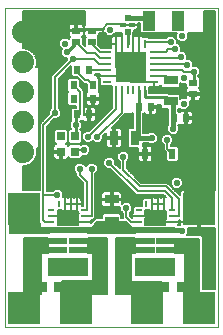
<source format=gtl>
G75*
%MOIN*%
%OFA0B0*%
%FSLAX25Y25*%
%IPPOS*%
%LPD*%
%AMOC8*
5,1,8,0,0,1.08239X$1,22.5*
%
%ADD10C,0.00000*%
%ADD11R,0.03000X0.01000*%
%ADD12R,0.01000X0.03000*%
%ADD13R,0.10400X0.10400*%
%ADD14R,0.02362X0.02953*%
%ADD15R,0.01969X0.01181*%
%ADD16R,0.02165X0.02165*%
%ADD17R,0.03937X0.06693*%
%ADD18R,0.02362X0.02756*%
%ADD19R,0.04724X0.03150*%
%ADD20R,0.02756X0.02362*%
%ADD21R,0.02756X0.03150*%
%ADD22R,0.02480X0.03268*%
%ADD23C,0.07400*%
%ADD24R,0.03150X0.04724*%
%ADD25R,0.10630X0.10630*%
%ADD26R,0.02756X0.03543*%
%ADD27R,0.02362X0.00984*%
%ADD28R,0.13780X0.01969*%
%ADD29R,0.06594X0.01969*%
%ADD30R,0.13780X0.06299*%
%ADD31R,0.00984X0.02362*%
%ADD32C,0.00600*%
%ADD33OC8,0.02205*%
%ADD34C,0.01000*%
%ADD35R,0.02205X0.02205*%
%ADD36C,0.01600*%
%ADD37C,0.00984*%
D10*
X0029368Y0002452D02*
X0029368Y0108751D01*
X0100234Y0108751D01*
X0100234Y0002452D01*
X0029368Y0002452D01*
X0031375Y0005050D02*
X0031377Y0005098D01*
X0031383Y0005146D01*
X0031393Y0005193D01*
X0031406Y0005239D01*
X0031424Y0005284D01*
X0031444Y0005328D01*
X0031469Y0005370D01*
X0031497Y0005409D01*
X0031527Y0005446D01*
X0031561Y0005480D01*
X0031598Y0005512D01*
X0031636Y0005541D01*
X0031677Y0005566D01*
X0031720Y0005588D01*
X0031765Y0005606D01*
X0031811Y0005620D01*
X0031858Y0005631D01*
X0031906Y0005638D01*
X0031954Y0005641D01*
X0032002Y0005640D01*
X0032050Y0005635D01*
X0032098Y0005626D01*
X0032144Y0005614D01*
X0032189Y0005597D01*
X0032233Y0005577D01*
X0032275Y0005554D01*
X0032315Y0005527D01*
X0032353Y0005497D01*
X0032388Y0005464D01*
X0032420Y0005428D01*
X0032450Y0005390D01*
X0032476Y0005349D01*
X0032498Y0005306D01*
X0032518Y0005262D01*
X0032533Y0005217D01*
X0032545Y0005170D01*
X0032553Y0005122D01*
X0032557Y0005074D01*
X0032557Y0005026D01*
X0032553Y0004978D01*
X0032545Y0004930D01*
X0032533Y0004883D01*
X0032518Y0004838D01*
X0032498Y0004794D01*
X0032476Y0004751D01*
X0032450Y0004710D01*
X0032420Y0004672D01*
X0032388Y0004636D01*
X0032353Y0004603D01*
X0032315Y0004573D01*
X0032275Y0004546D01*
X0032233Y0004523D01*
X0032189Y0004503D01*
X0032144Y0004486D01*
X0032098Y0004474D01*
X0032050Y0004465D01*
X0032002Y0004460D01*
X0031954Y0004459D01*
X0031906Y0004462D01*
X0031858Y0004469D01*
X0031811Y0004480D01*
X0031765Y0004494D01*
X0031720Y0004512D01*
X0031677Y0004534D01*
X0031636Y0004559D01*
X0031598Y0004588D01*
X0031561Y0004620D01*
X0031527Y0004654D01*
X0031497Y0004691D01*
X0031469Y0004730D01*
X0031444Y0004772D01*
X0031424Y0004816D01*
X0031406Y0004861D01*
X0031393Y0004907D01*
X0031383Y0004954D01*
X0031377Y0005002D01*
X0031375Y0005050D01*
X0031375Y0012452D02*
X0031377Y0012500D01*
X0031383Y0012548D01*
X0031393Y0012595D01*
X0031406Y0012641D01*
X0031424Y0012686D01*
X0031444Y0012730D01*
X0031469Y0012772D01*
X0031497Y0012811D01*
X0031527Y0012848D01*
X0031561Y0012882D01*
X0031598Y0012914D01*
X0031636Y0012943D01*
X0031677Y0012968D01*
X0031720Y0012990D01*
X0031765Y0013008D01*
X0031811Y0013022D01*
X0031858Y0013033D01*
X0031906Y0013040D01*
X0031954Y0013043D01*
X0032002Y0013042D01*
X0032050Y0013037D01*
X0032098Y0013028D01*
X0032144Y0013016D01*
X0032189Y0012999D01*
X0032233Y0012979D01*
X0032275Y0012956D01*
X0032315Y0012929D01*
X0032353Y0012899D01*
X0032388Y0012866D01*
X0032420Y0012830D01*
X0032450Y0012792D01*
X0032476Y0012751D01*
X0032498Y0012708D01*
X0032518Y0012664D01*
X0032533Y0012619D01*
X0032545Y0012572D01*
X0032553Y0012524D01*
X0032557Y0012476D01*
X0032557Y0012428D01*
X0032553Y0012380D01*
X0032545Y0012332D01*
X0032533Y0012285D01*
X0032518Y0012240D01*
X0032498Y0012196D01*
X0032476Y0012153D01*
X0032450Y0012112D01*
X0032420Y0012074D01*
X0032388Y0012038D01*
X0032353Y0012005D01*
X0032315Y0011975D01*
X0032275Y0011948D01*
X0032233Y0011925D01*
X0032189Y0011905D01*
X0032144Y0011888D01*
X0032098Y0011876D01*
X0032050Y0011867D01*
X0032002Y0011862D01*
X0031954Y0011861D01*
X0031906Y0011864D01*
X0031858Y0011871D01*
X0031811Y0011882D01*
X0031765Y0011896D01*
X0031720Y0011914D01*
X0031677Y0011936D01*
X0031636Y0011961D01*
X0031598Y0011990D01*
X0031561Y0012022D01*
X0031527Y0012056D01*
X0031497Y0012093D01*
X0031469Y0012132D01*
X0031444Y0012174D01*
X0031424Y0012218D01*
X0031406Y0012263D01*
X0031393Y0012309D01*
X0031383Y0012356D01*
X0031377Y0012404D01*
X0031375Y0012452D01*
X0038777Y0012452D02*
X0038779Y0012500D01*
X0038785Y0012548D01*
X0038795Y0012595D01*
X0038808Y0012641D01*
X0038826Y0012686D01*
X0038846Y0012730D01*
X0038871Y0012772D01*
X0038899Y0012811D01*
X0038929Y0012848D01*
X0038963Y0012882D01*
X0039000Y0012914D01*
X0039038Y0012943D01*
X0039079Y0012968D01*
X0039122Y0012990D01*
X0039167Y0013008D01*
X0039213Y0013022D01*
X0039260Y0013033D01*
X0039308Y0013040D01*
X0039356Y0013043D01*
X0039404Y0013042D01*
X0039452Y0013037D01*
X0039500Y0013028D01*
X0039546Y0013016D01*
X0039591Y0012999D01*
X0039635Y0012979D01*
X0039677Y0012956D01*
X0039717Y0012929D01*
X0039755Y0012899D01*
X0039790Y0012866D01*
X0039822Y0012830D01*
X0039852Y0012792D01*
X0039878Y0012751D01*
X0039900Y0012708D01*
X0039920Y0012664D01*
X0039935Y0012619D01*
X0039947Y0012572D01*
X0039955Y0012524D01*
X0039959Y0012476D01*
X0039959Y0012428D01*
X0039955Y0012380D01*
X0039947Y0012332D01*
X0039935Y0012285D01*
X0039920Y0012240D01*
X0039900Y0012196D01*
X0039878Y0012153D01*
X0039852Y0012112D01*
X0039822Y0012074D01*
X0039790Y0012038D01*
X0039755Y0012005D01*
X0039717Y0011975D01*
X0039677Y0011948D01*
X0039635Y0011925D01*
X0039591Y0011905D01*
X0039546Y0011888D01*
X0039500Y0011876D01*
X0039452Y0011867D01*
X0039404Y0011862D01*
X0039356Y0011861D01*
X0039308Y0011864D01*
X0039260Y0011871D01*
X0039213Y0011882D01*
X0039167Y0011896D01*
X0039122Y0011914D01*
X0039079Y0011936D01*
X0039038Y0011961D01*
X0039000Y0011990D01*
X0038963Y0012022D01*
X0038929Y0012056D01*
X0038899Y0012093D01*
X0038871Y0012132D01*
X0038846Y0012174D01*
X0038826Y0012218D01*
X0038808Y0012263D01*
X0038795Y0012309D01*
X0038785Y0012356D01*
X0038779Y0012404D01*
X0038777Y0012452D01*
X0038777Y0005050D02*
X0038779Y0005098D01*
X0038785Y0005146D01*
X0038795Y0005193D01*
X0038808Y0005239D01*
X0038826Y0005284D01*
X0038846Y0005328D01*
X0038871Y0005370D01*
X0038899Y0005409D01*
X0038929Y0005446D01*
X0038963Y0005480D01*
X0039000Y0005512D01*
X0039038Y0005541D01*
X0039079Y0005566D01*
X0039122Y0005588D01*
X0039167Y0005606D01*
X0039213Y0005620D01*
X0039260Y0005631D01*
X0039308Y0005638D01*
X0039356Y0005641D01*
X0039404Y0005640D01*
X0039452Y0005635D01*
X0039500Y0005626D01*
X0039546Y0005614D01*
X0039591Y0005597D01*
X0039635Y0005577D01*
X0039677Y0005554D01*
X0039717Y0005527D01*
X0039755Y0005497D01*
X0039790Y0005464D01*
X0039822Y0005428D01*
X0039852Y0005390D01*
X0039878Y0005349D01*
X0039900Y0005306D01*
X0039920Y0005262D01*
X0039935Y0005217D01*
X0039947Y0005170D01*
X0039955Y0005122D01*
X0039959Y0005074D01*
X0039959Y0005026D01*
X0039955Y0004978D01*
X0039947Y0004930D01*
X0039935Y0004883D01*
X0039920Y0004838D01*
X0039900Y0004794D01*
X0039878Y0004751D01*
X0039852Y0004710D01*
X0039822Y0004672D01*
X0039790Y0004636D01*
X0039755Y0004603D01*
X0039717Y0004573D01*
X0039677Y0004546D01*
X0039635Y0004523D01*
X0039591Y0004503D01*
X0039546Y0004486D01*
X0039500Y0004474D01*
X0039452Y0004465D01*
X0039404Y0004460D01*
X0039356Y0004459D01*
X0039308Y0004462D01*
X0039260Y0004469D01*
X0039213Y0004480D01*
X0039167Y0004494D01*
X0039122Y0004512D01*
X0039079Y0004534D01*
X0039038Y0004559D01*
X0039000Y0004588D01*
X0038963Y0004620D01*
X0038929Y0004654D01*
X0038899Y0004691D01*
X0038871Y0004730D01*
X0038846Y0004772D01*
X0038826Y0004816D01*
X0038808Y0004861D01*
X0038795Y0004907D01*
X0038785Y0004954D01*
X0038779Y0005002D01*
X0038777Y0005050D01*
X0048698Y0005050D02*
X0048700Y0005098D01*
X0048706Y0005146D01*
X0048716Y0005193D01*
X0048729Y0005239D01*
X0048747Y0005284D01*
X0048767Y0005328D01*
X0048792Y0005370D01*
X0048820Y0005409D01*
X0048850Y0005446D01*
X0048884Y0005480D01*
X0048921Y0005512D01*
X0048959Y0005541D01*
X0049000Y0005566D01*
X0049043Y0005588D01*
X0049088Y0005606D01*
X0049134Y0005620D01*
X0049181Y0005631D01*
X0049229Y0005638D01*
X0049277Y0005641D01*
X0049325Y0005640D01*
X0049373Y0005635D01*
X0049421Y0005626D01*
X0049467Y0005614D01*
X0049512Y0005597D01*
X0049556Y0005577D01*
X0049598Y0005554D01*
X0049638Y0005527D01*
X0049676Y0005497D01*
X0049711Y0005464D01*
X0049743Y0005428D01*
X0049773Y0005390D01*
X0049799Y0005349D01*
X0049821Y0005306D01*
X0049841Y0005262D01*
X0049856Y0005217D01*
X0049868Y0005170D01*
X0049876Y0005122D01*
X0049880Y0005074D01*
X0049880Y0005026D01*
X0049876Y0004978D01*
X0049868Y0004930D01*
X0049856Y0004883D01*
X0049841Y0004838D01*
X0049821Y0004794D01*
X0049799Y0004751D01*
X0049773Y0004710D01*
X0049743Y0004672D01*
X0049711Y0004636D01*
X0049676Y0004603D01*
X0049638Y0004573D01*
X0049598Y0004546D01*
X0049556Y0004523D01*
X0049512Y0004503D01*
X0049467Y0004486D01*
X0049421Y0004474D01*
X0049373Y0004465D01*
X0049325Y0004460D01*
X0049277Y0004459D01*
X0049229Y0004462D01*
X0049181Y0004469D01*
X0049134Y0004480D01*
X0049088Y0004494D01*
X0049043Y0004512D01*
X0049000Y0004534D01*
X0048959Y0004559D01*
X0048921Y0004588D01*
X0048884Y0004620D01*
X0048850Y0004654D01*
X0048820Y0004691D01*
X0048792Y0004730D01*
X0048767Y0004772D01*
X0048747Y0004816D01*
X0048729Y0004861D01*
X0048716Y0004907D01*
X0048706Y0004954D01*
X0048700Y0005002D01*
X0048698Y0005050D01*
X0048698Y0012452D02*
X0048700Y0012500D01*
X0048706Y0012548D01*
X0048716Y0012595D01*
X0048729Y0012641D01*
X0048747Y0012686D01*
X0048767Y0012730D01*
X0048792Y0012772D01*
X0048820Y0012811D01*
X0048850Y0012848D01*
X0048884Y0012882D01*
X0048921Y0012914D01*
X0048959Y0012943D01*
X0049000Y0012968D01*
X0049043Y0012990D01*
X0049088Y0013008D01*
X0049134Y0013022D01*
X0049181Y0013033D01*
X0049229Y0013040D01*
X0049277Y0013043D01*
X0049325Y0013042D01*
X0049373Y0013037D01*
X0049421Y0013028D01*
X0049467Y0013016D01*
X0049512Y0012999D01*
X0049556Y0012979D01*
X0049598Y0012956D01*
X0049638Y0012929D01*
X0049676Y0012899D01*
X0049711Y0012866D01*
X0049743Y0012830D01*
X0049773Y0012792D01*
X0049799Y0012751D01*
X0049821Y0012708D01*
X0049841Y0012664D01*
X0049856Y0012619D01*
X0049868Y0012572D01*
X0049876Y0012524D01*
X0049880Y0012476D01*
X0049880Y0012428D01*
X0049876Y0012380D01*
X0049868Y0012332D01*
X0049856Y0012285D01*
X0049841Y0012240D01*
X0049821Y0012196D01*
X0049799Y0012153D01*
X0049773Y0012112D01*
X0049743Y0012074D01*
X0049711Y0012038D01*
X0049676Y0012005D01*
X0049638Y0011975D01*
X0049598Y0011948D01*
X0049556Y0011925D01*
X0049512Y0011905D01*
X0049467Y0011888D01*
X0049421Y0011876D01*
X0049373Y0011867D01*
X0049325Y0011862D01*
X0049277Y0011861D01*
X0049229Y0011864D01*
X0049181Y0011871D01*
X0049134Y0011882D01*
X0049088Y0011896D01*
X0049043Y0011914D01*
X0049000Y0011936D01*
X0048959Y0011961D01*
X0048921Y0011990D01*
X0048884Y0012022D01*
X0048850Y0012056D01*
X0048820Y0012093D01*
X0048792Y0012132D01*
X0048767Y0012174D01*
X0048747Y0012218D01*
X0048729Y0012263D01*
X0048716Y0012309D01*
X0048706Y0012356D01*
X0048700Y0012404D01*
X0048698Y0012452D01*
X0056100Y0012452D02*
X0056102Y0012500D01*
X0056108Y0012548D01*
X0056118Y0012595D01*
X0056131Y0012641D01*
X0056149Y0012686D01*
X0056169Y0012730D01*
X0056194Y0012772D01*
X0056222Y0012811D01*
X0056252Y0012848D01*
X0056286Y0012882D01*
X0056323Y0012914D01*
X0056361Y0012943D01*
X0056402Y0012968D01*
X0056445Y0012990D01*
X0056490Y0013008D01*
X0056536Y0013022D01*
X0056583Y0013033D01*
X0056631Y0013040D01*
X0056679Y0013043D01*
X0056727Y0013042D01*
X0056775Y0013037D01*
X0056823Y0013028D01*
X0056869Y0013016D01*
X0056914Y0012999D01*
X0056958Y0012979D01*
X0057000Y0012956D01*
X0057040Y0012929D01*
X0057078Y0012899D01*
X0057113Y0012866D01*
X0057145Y0012830D01*
X0057175Y0012792D01*
X0057201Y0012751D01*
X0057223Y0012708D01*
X0057243Y0012664D01*
X0057258Y0012619D01*
X0057270Y0012572D01*
X0057278Y0012524D01*
X0057282Y0012476D01*
X0057282Y0012428D01*
X0057278Y0012380D01*
X0057270Y0012332D01*
X0057258Y0012285D01*
X0057243Y0012240D01*
X0057223Y0012196D01*
X0057201Y0012153D01*
X0057175Y0012112D01*
X0057145Y0012074D01*
X0057113Y0012038D01*
X0057078Y0012005D01*
X0057040Y0011975D01*
X0057000Y0011948D01*
X0056958Y0011925D01*
X0056914Y0011905D01*
X0056869Y0011888D01*
X0056823Y0011876D01*
X0056775Y0011867D01*
X0056727Y0011862D01*
X0056679Y0011861D01*
X0056631Y0011864D01*
X0056583Y0011871D01*
X0056536Y0011882D01*
X0056490Y0011896D01*
X0056445Y0011914D01*
X0056402Y0011936D01*
X0056361Y0011961D01*
X0056323Y0011990D01*
X0056286Y0012022D01*
X0056252Y0012056D01*
X0056222Y0012093D01*
X0056194Y0012132D01*
X0056169Y0012174D01*
X0056149Y0012218D01*
X0056131Y0012263D01*
X0056118Y0012309D01*
X0056108Y0012356D01*
X0056102Y0012404D01*
X0056100Y0012452D01*
X0056100Y0005050D02*
X0056102Y0005098D01*
X0056108Y0005146D01*
X0056118Y0005193D01*
X0056131Y0005239D01*
X0056149Y0005284D01*
X0056169Y0005328D01*
X0056194Y0005370D01*
X0056222Y0005409D01*
X0056252Y0005446D01*
X0056286Y0005480D01*
X0056323Y0005512D01*
X0056361Y0005541D01*
X0056402Y0005566D01*
X0056445Y0005588D01*
X0056490Y0005606D01*
X0056536Y0005620D01*
X0056583Y0005631D01*
X0056631Y0005638D01*
X0056679Y0005641D01*
X0056727Y0005640D01*
X0056775Y0005635D01*
X0056823Y0005626D01*
X0056869Y0005614D01*
X0056914Y0005597D01*
X0056958Y0005577D01*
X0057000Y0005554D01*
X0057040Y0005527D01*
X0057078Y0005497D01*
X0057113Y0005464D01*
X0057145Y0005428D01*
X0057175Y0005390D01*
X0057201Y0005349D01*
X0057223Y0005306D01*
X0057243Y0005262D01*
X0057258Y0005217D01*
X0057270Y0005170D01*
X0057278Y0005122D01*
X0057282Y0005074D01*
X0057282Y0005026D01*
X0057278Y0004978D01*
X0057270Y0004930D01*
X0057258Y0004883D01*
X0057243Y0004838D01*
X0057223Y0004794D01*
X0057201Y0004751D01*
X0057175Y0004710D01*
X0057145Y0004672D01*
X0057113Y0004636D01*
X0057078Y0004603D01*
X0057040Y0004573D01*
X0057000Y0004546D01*
X0056958Y0004523D01*
X0056914Y0004503D01*
X0056869Y0004486D01*
X0056823Y0004474D01*
X0056775Y0004465D01*
X0056727Y0004460D01*
X0056679Y0004459D01*
X0056631Y0004462D01*
X0056583Y0004469D01*
X0056536Y0004480D01*
X0056490Y0004494D01*
X0056445Y0004512D01*
X0056402Y0004534D01*
X0056361Y0004559D01*
X0056323Y0004588D01*
X0056286Y0004620D01*
X0056252Y0004654D01*
X0056222Y0004691D01*
X0056194Y0004730D01*
X0056169Y0004772D01*
X0056149Y0004816D01*
X0056131Y0004861D01*
X0056118Y0004907D01*
X0056108Y0004954D01*
X0056102Y0005002D01*
X0056100Y0005050D01*
X0072320Y0005050D02*
X0072322Y0005098D01*
X0072328Y0005146D01*
X0072338Y0005193D01*
X0072351Y0005239D01*
X0072369Y0005284D01*
X0072389Y0005328D01*
X0072414Y0005370D01*
X0072442Y0005409D01*
X0072472Y0005446D01*
X0072506Y0005480D01*
X0072543Y0005512D01*
X0072581Y0005541D01*
X0072622Y0005566D01*
X0072665Y0005588D01*
X0072710Y0005606D01*
X0072756Y0005620D01*
X0072803Y0005631D01*
X0072851Y0005638D01*
X0072899Y0005641D01*
X0072947Y0005640D01*
X0072995Y0005635D01*
X0073043Y0005626D01*
X0073089Y0005614D01*
X0073134Y0005597D01*
X0073178Y0005577D01*
X0073220Y0005554D01*
X0073260Y0005527D01*
X0073298Y0005497D01*
X0073333Y0005464D01*
X0073365Y0005428D01*
X0073395Y0005390D01*
X0073421Y0005349D01*
X0073443Y0005306D01*
X0073463Y0005262D01*
X0073478Y0005217D01*
X0073490Y0005170D01*
X0073498Y0005122D01*
X0073502Y0005074D01*
X0073502Y0005026D01*
X0073498Y0004978D01*
X0073490Y0004930D01*
X0073478Y0004883D01*
X0073463Y0004838D01*
X0073443Y0004794D01*
X0073421Y0004751D01*
X0073395Y0004710D01*
X0073365Y0004672D01*
X0073333Y0004636D01*
X0073298Y0004603D01*
X0073260Y0004573D01*
X0073220Y0004546D01*
X0073178Y0004523D01*
X0073134Y0004503D01*
X0073089Y0004486D01*
X0073043Y0004474D01*
X0072995Y0004465D01*
X0072947Y0004460D01*
X0072899Y0004459D01*
X0072851Y0004462D01*
X0072803Y0004469D01*
X0072756Y0004480D01*
X0072710Y0004494D01*
X0072665Y0004512D01*
X0072622Y0004534D01*
X0072581Y0004559D01*
X0072543Y0004588D01*
X0072506Y0004620D01*
X0072472Y0004654D01*
X0072442Y0004691D01*
X0072414Y0004730D01*
X0072389Y0004772D01*
X0072369Y0004816D01*
X0072351Y0004861D01*
X0072338Y0004907D01*
X0072328Y0004954D01*
X0072322Y0005002D01*
X0072320Y0005050D01*
X0072320Y0012452D02*
X0072322Y0012500D01*
X0072328Y0012548D01*
X0072338Y0012595D01*
X0072351Y0012641D01*
X0072369Y0012686D01*
X0072389Y0012730D01*
X0072414Y0012772D01*
X0072442Y0012811D01*
X0072472Y0012848D01*
X0072506Y0012882D01*
X0072543Y0012914D01*
X0072581Y0012943D01*
X0072622Y0012968D01*
X0072665Y0012990D01*
X0072710Y0013008D01*
X0072756Y0013022D01*
X0072803Y0013033D01*
X0072851Y0013040D01*
X0072899Y0013043D01*
X0072947Y0013042D01*
X0072995Y0013037D01*
X0073043Y0013028D01*
X0073089Y0013016D01*
X0073134Y0012999D01*
X0073178Y0012979D01*
X0073220Y0012956D01*
X0073260Y0012929D01*
X0073298Y0012899D01*
X0073333Y0012866D01*
X0073365Y0012830D01*
X0073395Y0012792D01*
X0073421Y0012751D01*
X0073443Y0012708D01*
X0073463Y0012664D01*
X0073478Y0012619D01*
X0073490Y0012572D01*
X0073498Y0012524D01*
X0073502Y0012476D01*
X0073502Y0012428D01*
X0073498Y0012380D01*
X0073490Y0012332D01*
X0073478Y0012285D01*
X0073463Y0012240D01*
X0073443Y0012196D01*
X0073421Y0012153D01*
X0073395Y0012112D01*
X0073365Y0012074D01*
X0073333Y0012038D01*
X0073298Y0012005D01*
X0073260Y0011975D01*
X0073220Y0011948D01*
X0073178Y0011925D01*
X0073134Y0011905D01*
X0073089Y0011888D01*
X0073043Y0011876D01*
X0072995Y0011867D01*
X0072947Y0011862D01*
X0072899Y0011861D01*
X0072851Y0011864D01*
X0072803Y0011871D01*
X0072756Y0011882D01*
X0072710Y0011896D01*
X0072665Y0011914D01*
X0072622Y0011936D01*
X0072581Y0011961D01*
X0072543Y0011990D01*
X0072506Y0012022D01*
X0072472Y0012056D01*
X0072442Y0012093D01*
X0072414Y0012132D01*
X0072389Y0012174D01*
X0072369Y0012218D01*
X0072351Y0012263D01*
X0072338Y0012309D01*
X0072328Y0012356D01*
X0072322Y0012404D01*
X0072320Y0012452D01*
X0079722Y0012452D02*
X0079724Y0012500D01*
X0079730Y0012548D01*
X0079740Y0012595D01*
X0079753Y0012641D01*
X0079771Y0012686D01*
X0079791Y0012730D01*
X0079816Y0012772D01*
X0079844Y0012811D01*
X0079874Y0012848D01*
X0079908Y0012882D01*
X0079945Y0012914D01*
X0079983Y0012943D01*
X0080024Y0012968D01*
X0080067Y0012990D01*
X0080112Y0013008D01*
X0080158Y0013022D01*
X0080205Y0013033D01*
X0080253Y0013040D01*
X0080301Y0013043D01*
X0080349Y0013042D01*
X0080397Y0013037D01*
X0080445Y0013028D01*
X0080491Y0013016D01*
X0080536Y0012999D01*
X0080580Y0012979D01*
X0080622Y0012956D01*
X0080662Y0012929D01*
X0080700Y0012899D01*
X0080735Y0012866D01*
X0080767Y0012830D01*
X0080797Y0012792D01*
X0080823Y0012751D01*
X0080845Y0012708D01*
X0080865Y0012664D01*
X0080880Y0012619D01*
X0080892Y0012572D01*
X0080900Y0012524D01*
X0080904Y0012476D01*
X0080904Y0012428D01*
X0080900Y0012380D01*
X0080892Y0012332D01*
X0080880Y0012285D01*
X0080865Y0012240D01*
X0080845Y0012196D01*
X0080823Y0012153D01*
X0080797Y0012112D01*
X0080767Y0012074D01*
X0080735Y0012038D01*
X0080700Y0012005D01*
X0080662Y0011975D01*
X0080622Y0011948D01*
X0080580Y0011925D01*
X0080536Y0011905D01*
X0080491Y0011888D01*
X0080445Y0011876D01*
X0080397Y0011867D01*
X0080349Y0011862D01*
X0080301Y0011861D01*
X0080253Y0011864D01*
X0080205Y0011871D01*
X0080158Y0011882D01*
X0080112Y0011896D01*
X0080067Y0011914D01*
X0080024Y0011936D01*
X0079983Y0011961D01*
X0079945Y0011990D01*
X0079908Y0012022D01*
X0079874Y0012056D01*
X0079844Y0012093D01*
X0079816Y0012132D01*
X0079791Y0012174D01*
X0079771Y0012218D01*
X0079753Y0012263D01*
X0079740Y0012309D01*
X0079730Y0012356D01*
X0079724Y0012404D01*
X0079722Y0012452D01*
X0079722Y0005050D02*
X0079724Y0005098D01*
X0079730Y0005146D01*
X0079740Y0005193D01*
X0079753Y0005239D01*
X0079771Y0005284D01*
X0079791Y0005328D01*
X0079816Y0005370D01*
X0079844Y0005409D01*
X0079874Y0005446D01*
X0079908Y0005480D01*
X0079945Y0005512D01*
X0079983Y0005541D01*
X0080024Y0005566D01*
X0080067Y0005588D01*
X0080112Y0005606D01*
X0080158Y0005620D01*
X0080205Y0005631D01*
X0080253Y0005638D01*
X0080301Y0005641D01*
X0080349Y0005640D01*
X0080397Y0005635D01*
X0080445Y0005626D01*
X0080491Y0005614D01*
X0080536Y0005597D01*
X0080580Y0005577D01*
X0080622Y0005554D01*
X0080662Y0005527D01*
X0080700Y0005497D01*
X0080735Y0005464D01*
X0080767Y0005428D01*
X0080797Y0005390D01*
X0080823Y0005349D01*
X0080845Y0005306D01*
X0080865Y0005262D01*
X0080880Y0005217D01*
X0080892Y0005170D01*
X0080900Y0005122D01*
X0080904Y0005074D01*
X0080904Y0005026D01*
X0080900Y0004978D01*
X0080892Y0004930D01*
X0080880Y0004883D01*
X0080865Y0004838D01*
X0080845Y0004794D01*
X0080823Y0004751D01*
X0080797Y0004710D01*
X0080767Y0004672D01*
X0080735Y0004636D01*
X0080700Y0004603D01*
X0080662Y0004573D01*
X0080622Y0004546D01*
X0080580Y0004523D01*
X0080536Y0004503D01*
X0080491Y0004486D01*
X0080445Y0004474D01*
X0080397Y0004465D01*
X0080349Y0004460D01*
X0080301Y0004459D01*
X0080253Y0004462D01*
X0080205Y0004469D01*
X0080158Y0004480D01*
X0080112Y0004494D01*
X0080067Y0004512D01*
X0080024Y0004534D01*
X0079983Y0004559D01*
X0079945Y0004588D01*
X0079908Y0004620D01*
X0079874Y0004654D01*
X0079844Y0004691D01*
X0079816Y0004730D01*
X0079791Y0004772D01*
X0079771Y0004816D01*
X0079753Y0004861D01*
X0079740Y0004907D01*
X0079730Y0004954D01*
X0079724Y0005002D01*
X0079722Y0005050D01*
X0089643Y0005050D02*
X0089645Y0005098D01*
X0089651Y0005146D01*
X0089661Y0005193D01*
X0089674Y0005239D01*
X0089692Y0005284D01*
X0089712Y0005328D01*
X0089737Y0005370D01*
X0089765Y0005409D01*
X0089795Y0005446D01*
X0089829Y0005480D01*
X0089866Y0005512D01*
X0089904Y0005541D01*
X0089945Y0005566D01*
X0089988Y0005588D01*
X0090033Y0005606D01*
X0090079Y0005620D01*
X0090126Y0005631D01*
X0090174Y0005638D01*
X0090222Y0005641D01*
X0090270Y0005640D01*
X0090318Y0005635D01*
X0090366Y0005626D01*
X0090412Y0005614D01*
X0090457Y0005597D01*
X0090501Y0005577D01*
X0090543Y0005554D01*
X0090583Y0005527D01*
X0090621Y0005497D01*
X0090656Y0005464D01*
X0090688Y0005428D01*
X0090718Y0005390D01*
X0090744Y0005349D01*
X0090766Y0005306D01*
X0090786Y0005262D01*
X0090801Y0005217D01*
X0090813Y0005170D01*
X0090821Y0005122D01*
X0090825Y0005074D01*
X0090825Y0005026D01*
X0090821Y0004978D01*
X0090813Y0004930D01*
X0090801Y0004883D01*
X0090786Y0004838D01*
X0090766Y0004794D01*
X0090744Y0004751D01*
X0090718Y0004710D01*
X0090688Y0004672D01*
X0090656Y0004636D01*
X0090621Y0004603D01*
X0090583Y0004573D01*
X0090543Y0004546D01*
X0090501Y0004523D01*
X0090457Y0004503D01*
X0090412Y0004486D01*
X0090366Y0004474D01*
X0090318Y0004465D01*
X0090270Y0004460D01*
X0090222Y0004459D01*
X0090174Y0004462D01*
X0090126Y0004469D01*
X0090079Y0004480D01*
X0090033Y0004494D01*
X0089988Y0004512D01*
X0089945Y0004534D01*
X0089904Y0004559D01*
X0089866Y0004588D01*
X0089829Y0004620D01*
X0089795Y0004654D01*
X0089765Y0004691D01*
X0089737Y0004730D01*
X0089712Y0004772D01*
X0089692Y0004816D01*
X0089674Y0004861D01*
X0089661Y0004907D01*
X0089651Y0004954D01*
X0089645Y0005002D01*
X0089643Y0005050D01*
X0089643Y0012452D02*
X0089645Y0012500D01*
X0089651Y0012548D01*
X0089661Y0012595D01*
X0089674Y0012641D01*
X0089692Y0012686D01*
X0089712Y0012730D01*
X0089737Y0012772D01*
X0089765Y0012811D01*
X0089795Y0012848D01*
X0089829Y0012882D01*
X0089866Y0012914D01*
X0089904Y0012943D01*
X0089945Y0012968D01*
X0089988Y0012990D01*
X0090033Y0013008D01*
X0090079Y0013022D01*
X0090126Y0013033D01*
X0090174Y0013040D01*
X0090222Y0013043D01*
X0090270Y0013042D01*
X0090318Y0013037D01*
X0090366Y0013028D01*
X0090412Y0013016D01*
X0090457Y0012999D01*
X0090501Y0012979D01*
X0090543Y0012956D01*
X0090583Y0012929D01*
X0090621Y0012899D01*
X0090656Y0012866D01*
X0090688Y0012830D01*
X0090718Y0012792D01*
X0090744Y0012751D01*
X0090766Y0012708D01*
X0090786Y0012664D01*
X0090801Y0012619D01*
X0090813Y0012572D01*
X0090821Y0012524D01*
X0090825Y0012476D01*
X0090825Y0012428D01*
X0090821Y0012380D01*
X0090813Y0012332D01*
X0090801Y0012285D01*
X0090786Y0012240D01*
X0090766Y0012196D01*
X0090744Y0012153D01*
X0090718Y0012112D01*
X0090688Y0012074D01*
X0090656Y0012038D01*
X0090621Y0012005D01*
X0090583Y0011975D01*
X0090543Y0011948D01*
X0090501Y0011925D01*
X0090457Y0011905D01*
X0090412Y0011888D01*
X0090366Y0011876D01*
X0090318Y0011867D01*
X0090270Y0011862D01*
X0090222Y0011861D01*
X0090174Y0011864D01*
X0090126Y0011871D01*
X0090079Y0011882D01*
X0090033Y0011896D01*
X0089988Y0011914D01*
X0089945Y0011936D01*
X0089904Y0011961D01*
X0089866Y0011990D01*
X0089829Y0012022D01*
X0089795Y0012056D01*
X0089765Y0012093D01*
X0089737Y0012132D01*
X0089712Y0012174D01*
X0089692Y0012218D01*
X0089674Y0012263D01*
X0089661Y0012309D01*
X0089651Y0012356D01*
X0089645Y0012404D01*
X0089643Y0012452D01*
X0097044Y0012452D02*
X0097046Y0012500D01*
X0097052Y0012548D01*
X0097062Y0012595D01*
X0097075Y0012641D01*
X0097093Y0012686D01*
X0097113Y0012730D01*
X0097138Y0012772D01*
X0097166Y0012811D01*
X0097196Y0012848D01*
X0097230Y0012882D01*
X0097267Y0012914D01*
X0097305Y0012943D01*
X0097346Y0012968D01*
X0097389Y0012990D01*
X0097434Y0013008D01*
X0097480Y0013022D01*
X0097527Y0013033D01*
X0097575Y0013040D01*
X0097623Y0013043D01*
X0097671Y0013042D01*
X0097719Y0013037D01*
X0097767Y0013028D01*
X0097813Y0013016D01*
X0097858Y0012999D01*
X0097902Y0012979D01*
X0097944Y0012956D01*
X0097984Y0012929D01*
X0098022Y0012899D01*
X0098057Y0012866D01*
X0098089Y0012830D01*
X0098119Y0012792D01*
X0098145Y0012751D01*
X0098167Y0012708D01*
X0098187Y0012664D01*
X0098202Y0012619D01*
X0098214Y0012572D01*
X0098222Y0012524D01*
X0098226Y0012476D01*
X0098226Y0012428D01*
X0098222Y0012380D01*
X0098214Y0012332D01*
X0098202Y0012285D01*
X0098187Y0012240D01*
X0098167Y0012196D01*
X0098145Y0012153D01*
X0098119Y0012112D01*
X0098089Y0012074D01*
X0098057Y0012038D01*
X0098022Y0012005D01*
X0097984Y0011975D01*
X0097944Y0011948D01*
X0097902Y0011925D01*
X0097858Y0011905D01*
X0097813Y0011888D01*
X0097767Y0011876D01*
X0097719Y0011867D01*
X0097671Y0011862D01*
X0097623Y0011861D01*
X0097575Y0011864D01*
X0097527Y0011871D01*
X0097480Y0011882D01*
X0097434Y0011896D01*
X0097389Y0011914D01*
X0097346Y0011936D01*
X0097305Y0011961D01*
X0097267Y0011990D01*
X0097230Y0012022D01*
X0097196Y0012056D01*
X0097166Y0012093D01*
X0097138Y0012132D01*
X0097113Y0012174D01*
X0097093Y0012218D01*
X0097075Y0012263D01*
X0097062Y0012309D01*
X0097052Y0012356D01*
X0097046Y0012404D01*
X0097044Y0012452D01*
X0097044Y0005050D02*
X0097046Y0005098D01*
X0097052Y0005146D01*
X0097062Y0005193D01*
X0097075Y0005239D01*
X0097093Y0005284D01*
X0097113Y0005328D01*
X0097138Y0005370D01*
X0097166Y0005409D01*
X0097196Y0005446D01*
X0097230Y0005480D01*
X0097267Y0005512D01*
X0097305Y0005541D01*
X0097346Y0005566D01*
X0097389Y0005588D01*
X0097434Y0005606D01*
X0097480Y0005620D01*
X0097527Y0005631D01*
X0097575Y0005638D01*
X0097623Y0005641D01*
X0097671Y0005640D01*
X0097719Y0005635D01*
X0097767Y0005626D01*
X0097813Y0005614D01*
X0097858Y0005597D01*
X0097902Y0005577D01*
X0097944Y0005554D01*
X0097984Y0005527D01*
X0098022Y0005497D01*
X0098057Y0005464D01*
X0098089Y0005428D01*
X0098119Y0005390D01*
X0098145Y0005349D01*
X0098167Y0005306D01*
X0098187Y0005262D01*
X0098202Y0005217D01*
X0098214Y0005170D01*
X0098222Y0005122D01*
X0098226Y0005074D01*
X0098226Y0005026D01*
X0098222Y0004978D01*
X0098214Y0004930D01*
X0098202Y0004883D01*
X0098187Y0004838D01*
X0098167Y0004794D01*
X0098145Y0004751D01*
X0098119Y0004710D01*
X0098089Y0004672D01*
X0098057Y0004636D01*
X0098022Y0004603D01*
X0097984Y0004573D01*
X0097944Y0004546D01*
X0097902Y0004523D01*
X0097858Y0004503D01*
X0097813Y0004486D01*
X0097767Y0004474D01*
X0097719Y0004465D01*
X0097671Y0004460D01*
X0097623Y0004459D01*
X0097575Y0004462D01*
X0097527Y0004469D01*
X0097480Y0004480D01*
X0097434Y0004494D01*
X0097389Y0004512D01*
X0097346Y0004534D01*
X0097305Y0004559D01*
X0097267Y0004588D01*
X0097230Y0004620D01*
X0097196Y0004654D01*
X0097166Y0004691D01*
X0097138Y0004730D01*
X0097113Y0004772D01*
X0097093Y0004816D01*
X0097075Y0004861D01*
X0097062Y0004907D01*
X0097052Y0004954D01*
X0097046Y0005002D01*
X0097044Y0005050D01*
X0097044Y0038121D02*
X0097046Y0038169D01*
X0097052Y0038217D01*
X0097062Y0038264D01*
X0097075Y0038310D01*
X0097093Y0038355D01*
X0097113Y0038399D01*
X0097138Y0038441D01*
X0097166Y0038480D01*
X0097196Y0038517D01*
X0097230Y0038551D01*
X0097267Y0038583D01*
X0097305Y0038612D01*
X0097346Y0038637D01*
X0097389Y0038659D01*
X0097434Y0038677D01*
X0097480Y0038691D01*
X0097527Y0038702D01*
X0097575Y0038709D01*
X0097623Y0038712D01*
X0097671Y0038711D01*
X0097719Y0038706D01*
X0097767Y0038697D01*
X0097813Y0038685D01*
X0097858Y0038668D01*
X0097902Y0038648D01*
X0097944Y0038625D01*
X0097984Y0038598D01*
X0098022Y0038568D01*
X0098057Y0038535D01*
X0098089Y0038499D01*
X0098119Y0038461D01*
X0098145Y0038420D01*
X0098167Y0038377D01*
X0098187Y0038333D01*
X0098202Y0038288D01*
X0098214Y0038241D01*
X0098222Y0038193D01*
X0098226Y0038145D01*
X0098226Y0038097D01*
X0098222Y0038049D01*
X0098214Y0038001D01*
X0098202Y0037954D01*
X0098187Y0037909D01*
X0098167Y0037865D01*
X0098145Y0037822D01*
X0098119Y0037781D01*
X0098089Y0037743D01*
X0098057Y0037707D01*
X0098022Y0037674D01*
X0097984Y0037644D01*
X0097944Y0037617D01*
X0097902Y0037594D01*
X0097858Y0037574D01*
X0097813Y0037557D01*
X0097767Y0037545D01*
X0097719Y0037536D01*
X0097671Y0037531D01*
X0097623Y0037530D01*
X0097575Y0037533D01*
X0097527Y0037540D01*
X0097480Y0037551D01*
X0097434Y0037565D01*
X0097389Y0037583D01*
X0097346Y0037605D01*
X0097305Y0037630D01*
X0097267Y0037659D01*
X0097230Y0037691D01*
X0097196Y0037725D01*
X0097166Y0037762D01*
X0097138Y0037801D01*
X0097113Y0037843D01*
X0097093Y0037887D01*
X0097075Y0037932D01*
X0097062Y0037978D01*
X0097052Y0038025D01*
X0097046Y0038073D01*
X0097044Y0038121D01*
X0089643Y0038121D02*
X0089645Y0038169D01*
X0089651Y0038217D01*
X0089661Y0038264D01*
X0089674Y0038310D01*
X0089692Y0038355D01*
X0089712Y0038399D01*
X0089737Y0038441D01*
X0089765Y0038480D01*
X0089795Y0038517D01*
X0089829Y0038551D01*
X0089866Y0038583D01*
X0089904Y0038612D01*
X0089945Y0038637D01*
X0089988Y0038659D01*
X0090033Y0038677D01*
X0090079Y0038691D01*
X0090126Y0038702D01*
X0090174Y0038709D01*
X0090222Y0038712D01*
X0090270Y0038711D01*
X0090318Y0038706D01*
X0090366Y0038697D01*
X0090412Y0038685D01*
X0090457Y0038668D01*
X0090501Y0038648D01*
X0090543Y0038625D01*
X0090583Y0038598D01*
X0090621Y0038568D01*
X0090656Y0038535D01*
X0090688Y0038499D01*
X0090718Y0038461D01*
X0090744Y0038420D01*
X0090766Y0038377D01*
X0090786Y0038333D01*
X0090801Y0038288D01*
X0090813Y0038241D01*
X0090821Y0038193D01*
X0090825Y0038145D01*
X0090825Y0038097D01*
X0090821Y0038049D01*
X0090813Y0038001D01*
X0090801Y0037954D01*
X0090786Y0037909D01*
X0090766Y0037865D01*
X0090744Y0037822D01*
X0090718Y0037781D01*
X0090688Y0037743D01*
X0090656Y0037707D01*
X0090621Y0037674D01*
X0090583Y0037644D01*
X0090543Y0037617D01*
X0090501Y0037594D01*
X0090457Y0037574D01*
X0090412Y0037557D01*
X0090366Y0037545D01*
X0090318Y0037536D01*
X0090270Y0037531D01*
X0090222Y0037530D01*
X0090174Y0037533D01*
X0090126Y0037540D01*
X0090079Y0037551D01*
X0090033Y0037565D01*
X0089988Y0037583D01*
X0089945Y0037605D01*
X0089904Y0037630D01*
X0089866Y0037659D01*
X0089829Y0037691D01*
X0089795Y0037725D01*
X0089765Y0037762D01*
X0089737Y0037801D01*
X0089712Y0037843D01*
X0089692Y0037887D01*
X0089674Y0037932D01*
X0089661Y0037978D01*
X0089651Y0038025D01*
X0089645Y0038073D01*
X0089643Y0038121D01*
X0089643Y0045522D02*
X0089645Y0045570D01*
X0089651Y0045618D01*
X0089661Y0045665D01*
X0089674Y0045711D01*
X0089692Y0045756D01*
X0089712Y0045800D01*
X0089737Y0045842D01*
X0089765Y0045881D01*
X0089795Y0045918D01*
X0089829Y0045952D01*
X0089866Y0045984D01*
X0089904Y0046013D01*
X0089945Y0046038D01*
X0089988Y0046060D01*
X0090033Y0046078D01*
X0090079Y0046092D01*
X0090126Y0046103D01*
X0090174Y0046110D01*
X0090222Y0046113D01*
X0090270Y0046112D01*
X0090318Y0046107D01*
X0090366Y0046098D01*
X0090412Y0046086D01*
X0090457Y0046069D01*
X0090501Y0046049D01*
X0090543Y0046026D01*
X0090583Y0045999D01*
X0090621Y0045969D01*
X0090656Y0045936D01*
X0090688Y0045900D01*
X0090718Y0045862D01*
X0090744Y0045821D01*
X0090766Y0045778D01*
X0090786Y0045734D01*
X0090801Y0045689D01*
X0090813Y0045642D01*
X0090821Y0045594D01*
X0090825Y0045546D01*
X0090825Y0045498D01*
X0090821Y0045450D01*
X0090813Y0045402D01*
X0090801Y0045355D01*
X0090786Y0045310D01*
X0090766Y0045266D01*
X0090744Y0045223D01*
X0090718Y0045182D01*
X0090688Y0045144D01*
X0090656Y0045108D01*
X0090621Y0045075D01*
X0090583Y0045045D01*
X0090543Y0045018D01*
X0090501Y0044995D01*
X0090457Y0044975D01*
X0090412Y0044958D01*
X0090366Y0044946D01*
X0090318Y0044937D01*
X0090270Y0044932D01*
X0090222Y0044931D01*
X0090174Y0044934D01*
X0090126Y0044941D01*
X0090079Y0044952D01*
X0090033Y0044966D01*
X0089988Y0044984D01*
X0089945Y0045006D01*
X0089904Y0045031D01*
X0089866Y0045060D01*
X0089829Y0045092D01*
X0089795Y0045126D01*
X0089765Y0045163D01*
X0089737Y0045202D01*
X0089712Y0045244D01*
X0089692Y0045288D01*
X0089674Y0045333D01*
X0089661Y0045379D01*
X0089651Y0045426D01*
X0089645Y0045474D01*
X0089643Y0045522D01*
X0097044Y0045522D02*
X0097046Y0045570D01*
X0097052Y0045618D01*
X0097062Y0045665D01*
X0097075Y0045711D01*
X0097093Y0045756D01*
X0097113Y0045800D01*
X0097138Y0045842D01*
X0097166Y0045881D01*
X0097196Y0045918D01*
X0097230Y0045952D01*
X0097267Y0045984D01*
X0097305Y0046013D01*
X0097346Y0046038D01*
X0097389Y0046060D01*
X0097434Y0046078D01*
X0097480Y0046092D01*
X0097527Y0046103D01*
X0097575Y0046110D01*
X0097623Y0046113D01*
X0097671Y0046112D01*
X0097719Y0046107D01*
X0097767Y0046098D01*
X0097813Y0046086D01*
X0097858Y0046069D01*
X0097902Y0046049D01*
X0097944Y0046026D01*
X0097984Y0045999D01*
X0098022Y0045969D01*
X0098057Y0045936D01*
X0098089Y0045900D01*
X0098119Y0045862D01*
X0098145Y0045821D01*
X0098167Y0045778D01*
X0098187Y0045734D01*
X0098202Y0045689D01*
X0098214Y0045642D01*
X0098222Y0045594D01*
X0098226Y0045546D01*
X0098226Y0045498D01*
X0098222Y0045450D01*
X0098214Y0045402D01*
X0098202Y0045355D01*
X0098187Y0045310D01*
X0098167Y0045266D01*
X0098145Y0045223D01*
X0098119Y0045182D01*
X0098089Y0045144D01*
X0098057Y0045108D01*
X0098022Y0045075D01*
X0097984Y0045045D01*
X0097944Y0045018D01*
X0097902Y0044995D01*
X0097858Y0044975D01*
X0097813Y0044958D01*
X0097767Y0044946D01*
X0097719Y0044937D01*
X0097671Y0044932D01*
X0097623Y0044931D01*
X0097575Y0044934D01*
X0097527Y0044941D01*
X0097480Y0044952D01*
X0097434Y0044966D01*
X0097389Y0044984D01*
X0097346Y0045006D01*
X0097305Y0045031D01*
X0097267Y0045060D01*
X0097230Y0045092D01*
X0097196Y0045126D01*
X0097166Y0045163D01*
X0097138Y0045202D01*
X0097113Y0045244D01*
X0097093Y0045288D01*
X0097075Y0045333D01*
X0097062Y0045379D01*
X0097052Y0045426D01*
X0097046Y0045474D01*
X0097044Y0045522D01*
X0038777Y0045522D02*
X0038779Y0045570D01*
X0038785Y0045618D01*
X0038795Y0045665D01*
X0038808Y0045711D01*
X0038826Y0045756D01*
X0038846Y0045800D01*
X0038871Y0045842D01*
X0038899Y0045881D01*
X0038929Y0045918D01*
X0038963Y0045952D01*
X0039000Y0045984D01*
X0039038Y0046013D01*
X0039079Y0046038D01*
X0039122Y0046060D01*
X0039167Y0046078D01*
X0039213Y0046092D01*
X0039260Y0046103D01*
X0039308Y0046110D01*
X0039356Y0046113D01*
X0039404Y0046112D01*
X0039452Y0046107D01*
X0039500Y0046098D01*
X0039546Y0046086D01*
X0039591Y0046069D01*
X0039635Y0046049D01*
X0039677Y0046026D01*
X0039717Y0045999D01*
X0039755Y0045969D01*
X0039790Y0045936D01*
X0039822Y0045900D01*
X0039852Y0045862D01*
X0039878Y0045821D01*
X0039900Y0045778D01*
X0039920Y0045734D01*
X0039935Y0045689D01*
X0039947Y0045642D01*
X0039955Y0045594D01*
X0039959Y0045546D01*
X0039959Y0045498D01*
X0039955Y0045450D01*
X0039947Y0045402D01*
X0039935Y0045355D01*
X0039920Y0045310D01*
X0039900Y0045266D01*
X0039878Y0045223D01*
X0039852Y0045182D01*
X0039822Y0045144D01*
X0039790Y0045108D01*
X0039755Y0045075D01*
X0039717Y0045045D01*
X0039677Y0045018D01*
X0039635Y0044995D01*
X0039591Y0044975D01*
X0039546Y0044958D01*
X0039500Y0044946D01*
X0039452Y0044937D01*
X0039404Y0044932D01*
X0039356Y0044931D01*
X0039308Y0044934D01*
X0039260Y0044941D01*
X0039213Y0044952D01*
X0039167Y0044966D01*
X0039122Y0044984D01*
X0039079Y0045006D01*
X0039038Y0045031D01*
X0039000Y0045060D01*
X0038963Y0045092D01*
X0038929Y0045126D01*
X0038899Y0045163D01*
X0038871Y0045202D01*
X0038846Y0045244D01*
X0038826Y0045288D01*
X0038808Y0045333D01*
X0038795Y0045379D01*
X0038785Y0045426D01*
X0038779Y0045474D01*
X0038777Y0045522D01*
X0031375Y0045522D02*
X0031377Y0045570D01*
X0031383Y0045618D01*
X0031393Y0045665D01*
X0031406Y0045711D01*
X0031424Y0045756D01*
X0031444Y0045800D01*
X0031469Y0045842D01*
X0031497Y0045881D01*
X0031527Y0045918D01*
X0031561Y0045952D01*
X0031598Y0045984D01*
X0031636Y0046013D01*
X0031677Y0046038D01*
X0031720Y0046060D01*
X0031765Y0046078D01*
X0031811Y0046092D01*
X0031858Y0046103D01*
X0031906Y0046110D01*
X0031954Y0046113D01*
X0032002Y0046112D01*
X0032050Y0046107D01*
X0032098Y0046098D01*
X0032144Y0046086D01*
X0032189Y0046069D01*
X0032233Y0046049D01*
X0032275Y0046026D01*
X0032315Y0045999D01*
X0032353Y0045969D01*
X0032388Y0045936D01*
X0032420Y0045900D01*
X0032450Y0045862D01*
X0032476Y0045821D01*
X0032498Y0045778D01*
X0032518Y0045734D01*
X0032533Y0045689D01*
X0032545Y0045642D01*
X0032553Y0045594D01*
X0032557Y0045546D01*
X0032557Y0045498D01*
X0032553Y0045450D01*
X0032545Y0045402D01*
X0032533Y0045355D01*
X0032518Y0045310D01*
X0032498Y0045266D01*
X0032476Y0045223D01*
X0032450Y0045182D01*
X0032420Y0045144D01*
X0032388Y0045108D01*
X0032353Y0045075D01*
X0032315Y0045045D01*
X0032275Y0045018D01*
X0032233Y0044995D01*
X0032189Y0044975D01*
X0032144Y0044958D01*
X0032098Y0044946D01*
X0032050Y0044937D01*
X0032002Y0044932D01*
X0031954Y0044931D01*
X0031906Y0044934D01*
X0031858Y0044941D01*
X0031811Y0044952D01*
X0031765Y0044966D01*
X0031720Y0044984D01*
X0031677Y0045006D01*
X0031636Y0045031D01*
X0031598Y0045060D01*
X0031561Y0045092D01*
X0031527Y0045126D01*
X0031497Y0045163D01*
X0031469Y0045202D01*
X0031444Y0045244D01*
X0031424Y0045288D01*
X0031406Y0045333D01*
X0031393Y0045379D01*
X0031383Y0045426D01*
X0031377Y0045474D01*
X0031375Y0045522D01*
X0031375Y0038121D02*
X0031377Y0038169D01*
X0031383Y0038217D01*
X0031393Y0038264D01*
X0031406Y0038310D01*
X0031424Y0038355D01*
X0031444Y0038399D01*
X0031469Y0038441D01*
X0031497Y0038480D01*
X0031527Y0038517D01*
X0031561Y0038551D01*
X0031598Y0038583D01*
X0031636Y0038612D01*
X0031677Y0038637D01*
X0031720Y0038659D01*
X0031765Y0038677D01*
X0031811Y0038691D01*
X0031858Y0038702D01*
X0031906Y0038709D01*
X0031954Y0038712D01*
X0032002Y0038711D01*
X0032050Y0038706D01*
X0032098Y0038697D01*
X0032144Y0038685D01*
X0032189Y0038668D01*
X0032233Y0038648D01*
X0032275Y0038625D01*
X0032315Y0038598D01*
X0032353Y0038568D01*
X0032388Y0038535D01*
X0032420Y0038499D01*
X0032450Y0038461D01*
X0032476Y0038420D01*
X0032498Y0038377D01*
X0032518Y0038333D01*
X0032533Y0038288D01*
X0032545Y0038241D01*
X0032553Y0038193D01*
X0032557Y0038145D01*
X0032557Y0038097D01*
X0032553Y0038049D01*
X0032545Y0038001D01*
X0032533Y0037954D01*
X0032518Y0037909D01*
X0032498Y0037865D01*
X0032476Y0037822D01*
X0032450Y0037781D01*
X0032420Y0037743D01*
X0032388Y0037707D01*
X0032353Y0037674D01*
X0032315Y0037644D01*
X0032275Y0037617D01*
X0032233Y0037594D01*
X0032189Y0037574D01*
X0032144Y0037557D01*
X0032098Y0037545D01*
X0032050Y0037536D01*
X0032002Y0037531D01*
X0031954Y0037530D01*
X0031906Y0037533D01*
X0031858Y0037540D01*
X0031811Y0037551D01*
X0031765Y0037565D01*
X0031720Y0037583D01*
X0031677Y0037605D01*
X0031636Y0037630D01*
X0031598Y0037659D01*
X0031561Y0037691D01*
X0031527Y0037725D01*
X0031497Y0037762D01*
X0031469Y0037801D01*
X0031444Y0037843D01*
X0031424Y0037887D01*
X0031406Y0037932D01*
X0031393Y0037978D01*
X0031383Y0038025D01*
X0031377Y0038073D01*
X0031375Y0038121D01*
X0038777Y0038121D02*
X0038779Y0038169D01*
X0038785Y0038217D01*
X0038795Y0038264D01*
X0038808Y0038310D01*
X0038826Y0038355D01*
X0038846Y0038399D01*
X0038871Y0038441D01*
X0038899Y0038480D01*
X0038929Y0038517D01*
X0038963Y0038551D01*
X0039000Y0038583D01*
X0039038Y0038612D01*
X0039079Y0038637D01*
X0039122Y0038659D01*
X0039167Y0038677D01*
X0039213Y0038691D01*
X0039260Y0038702D01*
X0039308Y0038709D01*
X0039356Y0038712D01*
X0039404Y0038711D01*
X0039452Y0038706D01*
X0039500Y0038697D01*
X0039546Y0038685D01*
X0039591Y0038668D01*
X0039635Y0038648D01*
X0039677Y0038625D01*
X0039717Y0038598D01*
X0039755Y0038568D01*
X0039790Y0038535D01*
X0039822Y0038499D01*
X0039852Y0038461D01*
X0039878Y0038420D01*
X0039900Y0038377D01*
X0039920Y0038333D01*
X0039935Y0038288D01*
X0039947Y0038241D01*
X0039955Y0038193D01*
X0039959Y0038145D01*
X0039959Y0038097D01*
X0039955Y0038049D01*
X0039947Y0038001D01*
X0039935Y0037954D01*
X0039920Y0037909D01*
X0039900Y0037865D01*
X0039878Y0037822D01*
X0039852Y0037781D01*
X0039822Y0037743D01*
X0039790Y0037707D01*
X0039755Y0037674D01*
X0039717Y0037644D01*
X0039677Y0037617D01*
X0039635Y0037594D01*
X0039591Y0037574D01*
X0039546Y0037557D01*
X0039500Y0037545D01*
X0039452Y0037536D01*
X0039404Y0037531D01*
X0039356Y0037530D01*
X0039308Y0037533D01*
X0039260Y0037540D01*
X0039213Y0037551D01*
X0039167Y0037565D01*
X0039122Y0037583D01*
X0039079Y0037605D01*
X0039038Y0037630D01*
X0039000Y0037659D01*
X0038963Y0037691D01*
X0038929Y0037725D01*
X0038899Y0037762D01*
X0038871Y0037801D01*
X0038846Y0037843D01*
X0038826Y0037887D01*
X0038808Y0037932D01*
X0038795Y0037978D01*
X0038785Y0038025D01*
X0038779Y0038073D01*
X0038777Y0038121D01*
D11*
X0063350Y0084144D03*
X0063350Y0086113D03*
X0063350Y0088081D03*
X0063350Y0090050D03*
X0063350Y0092019D03*
X0063350Y0093987D03*
X0078850Y0093987D03*
X0078850Y0092019D03*
X0078850Y0090050D03*
X0078850Y0088081D03*
X0078850Y0086113D03*
X0078850Y0084144D03*
D12*
X0076021Y0081316D03*
X0074053Y0081316D03*
X0072084Y0081316D03*
X0070116Y0081316D03*
X0068147Y0081316D03*
X0066179Y0081316D03*
X0066179Y0096816D03*
X0068147Y0096816D03*
X0070116Y0096816D03*
X0072084Y0096816D03*
X0074053Y0096816D03*
X0076021Y0096816D03*
D13*
X0071100Y0089066D03*
D14*
X0058600Y0083022D03*
X0058600Y0078574D03*
X0052104Y0078574D03*
X0052104Y0083022D03*
D15*
X0068738Y0103239D03*
X0071494Y0103239D03*
D16*
X0070116Y0105601D03*
X0070116Y0100877D03*
D17*
X0077202Y0104617D03*
X0087045Y0104617D03*
D18*
X0077793Y0075680D03*
X0073856Y0075680D03*
X0085667Y0072137D03*
X0089604Y0072137D03*
X0057320Y0073318D03*
X0053383Y0073318D03*
X0053383Y0088081D03*
X0057320Y0088081D03*
D19*
X0084486Y0084735D03*
X0084486Y0077648D03*
X0064801Y0044971D03*
X0064801Y0037885D03*
D20*
X0091966Y0080011D03*
X0091966Y0083948D03*
X0058108Y0097333D03*
X0058108Y0101270D03*
X0052990Y0101270D03*
X0052990Y0097333D03*
D21*
X0052596Y0066034D03*
X0047872Y0066034D03*
X0047872Y0060916D03*
X0052596Y0060916D03*
D22*
X0076021Y0060129D03*
X0085076Y0060129D03*
D23*
X0035273Y0060719D03*
X0035273Y0070719D03*
X0035273Y0080719D03*
X0035273Y0090719D03*
X0035273Y0100719D03*
D24*
X0065588Y0065444D03*
X0072675Y0065444D03*
D25*
X0093935Y0041822D03*
X0093935Y0008751D03*
X0076612Y0008751D03*
X0052990Y0008751D03*
X0035667Y0008751D03*
X0035667Y0041822D03*
D26*
X0041769Y0015798D03*
X0046887Y0015798D03*
X0082714Y0015798D03*
X0087832Y0015798D03*
D27*
X0084880Y0037393D03*
X0084880Y0039361D03*
X0084880Y0041330D03*
X0073856Y0041330D03*
X0073856Y0039361D03*
X0073856Y0037393D03*
X0055746Y0037393D03*
X0055746Y0039361D03*
X0055746Y0041330D03*
X0044722Y0041330D03*
X0044722Y0039361D03*
X0044722Y0037393D03*
D28*
X0050234Y0034735D03*
X0079368Y0034735D03*
D29*
X0082962Y0031192D03*
X0082962Y0028042D03*
X0075773Y0028042D03*
X0075773Y0031192D03*
X0053828Y0031192D03*
X0053828Y0028042D03*
X0046639Y0028042D03*
X0046639Y0031192D03*
D30*
X0050234Y0022333D03*
X0079368Y0022333D03*
D31*
X0080352Y0043396D03*
X0078383Y0043396D03*
X0076415Y0043396D03*
X0082320Y0043396D03*
X0053187Y0043396D03*
X0051218Y0043396D03*
X0049250Y0043396D03*
X0047281Y0043396D03*
D32*
X0049250Y0043396D02*
X0049250Y0043396D01*
X0049250Y0041115D01*
X0049887Y0041115D01*
X0050166Y0041190D01*
X0050234Y0041229D01*
X0050301Y0041190D01*
X0050581Y0041115D01*
X0051218Y0041115D01*
X0051218Y0043396D01*
X0051218Y0043396D01*
X0051218Y0041115D01*
X0051855Y0041115D01*
X0052135Y0041190D01*
X0052202Y0041229D01*
X0052270Y0041190D01*
X0052550Y0041115D01*
X0053187Y0041115D01*
X0053665Y0041115D01*
X0053665Y0040465D01*
X0053784Y0040345D01*
X0053665Y0040226D01*
X0053665Y0038526D01*
X0053540Y0038309D01*
X0053465Y0038029D01*
X0053465Y0037393D01*
X0055746Y0037393D01*
X0058027Y0037393D01*
X0058027Y0038029D01*
X0057991Y0038161D01*
X0058605Y0038161D01*
X0059308Y0038864D01*
X0059308Y0053576D01*
X0060110Y0054378D01*
X0060110Y0056037D01*
X0058937Y0057210D01*
X0057278Y0057210D01*
X0056139Y0056071D01*
X0055000Y0057210D01*
X0053341Y0057210D01*
X0052169Y0056037D01*
X0052169Y0054378D01*
X0052971Y0053576D01*
X0052971Y0052703D01*
X0053674Y0052000D01*
X0055333Y0050341D01*
X0055333Y0042722D01*
X0054779Y0042722D01*
X0054779Y0043396D01*
X0053187Y0043396D01*
X0053187Y0041115D01*
X0053187Y0043396D01*
X0053187Y0043396D01*
X0053187Y0043397D01*
X0053187Y0043397D01*
X0053187Y0045678D01*
X0053824Y0045678D01*
X0054103Y0045603D01*
X0054354Y0045458D01*
X0054559Y0045253D01*
X0054704Y0045002D01*
X0054779Y0044722D01*
X0054779Y0043397D01*
X0053187Y0043397D01*
X0053187Y0045678D01*
X0052550Y0045678D01*
X0052270Y0045603D01*
X0052202Y0045564D01*
X0052135Y0045603D01*
X0051855Y0045678D01*
X0051218Y0045678D01*
X0050581Y0045678D01*
X0050301Y0045603D01*
X0050234Y0045564D01*
X0050166Y0045603D01*
X0049887Y0045678D01*
X0049250Y0045678D01*
X0049250Y0043397D01*
X0049250Y0043397D01*
X0050842Y0043397D01*
X0051218Y0043397D01*
X0051218Y0045678D01*
X0051218Y0043397D01*
X0051218Y0043397D01*
X0051218Y0043396D01*
X0049250Y0043396D01*
X0049250Y0043397D01*
X0049250Y0045678D01*
X0048654Y0045678D01*
X0048693Y0045717D01*
X0048693Y0047375D01*
X0047520Y0048548D01*
X0045861Y0048548D01*
X0045059Y0047746D01*
X0043166Y0047746D01*
X0043166Y0069277D01*
X0045598Y0071709D01*
X0046733Y0071709D01*
X0047905Y0072882D01*
X0047905Y0074541D01*
X0047103Y0075343D01*
X0047103Y0085222D01*
X0051302Y0089421D01*
X0051302Y0086331D01*
X0051830Y0085804D01*
X0053374Y0085804D01*
X0055564Y0083614D01*
X0056312Y0083614D01*
X0056519Y0083406D01*
X0056519Y0081173D01*
X0056755Y0080937D01*
X0056743Y0080930D01*
X0056539Y0080725D01*
X0056394Y0080475D01*
X0056319Y0080195D01*
X0056319Y0078864D01*
X0058309Y0078864D01*
X0058309Y0078283D01*
X0056319Y0078283D01*
X0056319Y0076952D01*
X0056394Y0076673D01*
X0056539Y0076422D01*
X0056743Y0076217D01*
X0056994Y0076072D01*
X0057274Y0075997D01*
X0058309Y0075997D01*
X0058309Y0078283D01*
X0058891Y0078283D01*
X0058891Y0078864D01*
X0060881Y0078864D01*
X0060881Y0080195D01*
X0060806Y0080475D01*
X0060661Y0080725D01*
X0060457Y0080930D01*
X0060445Y0080937D01*
X0060681Y0081173D01*
X0060681Y0084872D01*
X0060189Y0085364D01*
X0060189Y0085895D01*
X0059662Y0086422D01*
X0059402Y0086422D01*
X0059402Y0086881D01*
X0060783Y0086881D01*
X0060750Y0086758D01*
X0060750Y0086113D01*
X0063350Y0086113D01*
X0071100Y0086113D01*
X0071100Y0089066D01*
X0066179Y0089066D01*
X0066179Y0098711D01*
X0066179Y0098812D02*
X0066179Y0098812D01*
X0066179Y0099410D02*
X0066179Y0099410D01*
X0066179Y0099416D02*
X0065534Y0099416D01*
X0065254Y0099341D01*
X0065003Y0099196D01*
X0064799Y0098991D01*
X0064654Y0098740D01*
X0064579Y0098461D01*
X0064579Y0096816D01*
X0066179Y0096816D01*
X0066179Y0096816D01*
X0066179Y0099416D01*
X0066824Y0099416D01*
X0067103Y0099341D01*
X0067163Y0099306D01*
X0067223Y0099341D01*
X0067502Y0099416D01*
X0068139Y0099416D01*
X0068133Y0099421D01*
X0068133Y0100370D01*
X0065985Y0100370D01*
X0065040Y0099426D01*
X0063381Y0099426D01*
X0062436Y0100370D01*
X0060586Y0100370D01*
X0060586Y0099945D01*
X0060511Y0099665D01*
X0060366Y0099414D01*
X0060161Y0099209D01*
X0060100Y0099174D01*
X0060386Y0098887D01*
X0060386Y0096359D01*
X0061417Y0095327D01*
X0061477Y0095387D01*
X0064579Y0095387D01*
X0064579Y0096816D01*
X0066179Y0096816D01*
X0066179Y0099416D01*
X0066843Y0099410D02*
X0067483Y0099410D01*
X0068133Y0100009D02*
X0065623Y0100009D01*
X0065514Y0099410D02*
X0060362Y0099410D01*
X0060386Y0098812D02*
X0064695Y0098812D01*
X0064579Y0098213D02*
X0060386Y0098213D01*
X0060386Y0097615D02*
X0064579Y0097615D01*
X0064579Y0097016D02*
X0060386Y0097016D01*
X0060386Y0096418D02*
X0064579Y0096418D01*
X0064579Y0095819D02*
X0060925Y0095819D01*
X0061061Y0093987D02*
X0058305Y0096743D01*
X0058108Y0097333D01*
X0055830Y0097615D02*
X0055268Y0097615D01*
X0055268Y0098213D02*
X0055830Y0098213D01*
X0055830Y0098812D02*
X0055268Y0098812D01*
X0055268Y0098887D02*
X0054981Y0099174D01*
X0055043Y0099209D01*
X0055248Y0099414D01*
X0055393Y0099665D01*
X0055468Y0099945D01*
X0055468Y0100980D01*
X0053280Y0100980D01*
X0053280Y0101561D01*
X0052699Y0101561D01*
X0052699Y0100980D01*
X0050512Y0100980D01*
X0050512Y0099945D01*
X0050587Y0099665D01*
X0050732Y0099414D01*
X0050936Y0099209D01*
X0050998Y0099174D01*
X0050712Y0098887D01*
X0050712Y0098309D01*
X0050079Y0098942D01*
X0048420Y0098942D01*
X0047247Y0097769D01*
X0047247Y0096110D01*
X0048229Y0095129D01*
X0047917Y0094816D01*
X0047917Y0093158D01*
X0049089Y0091985D01*
X0050003Y0091985D01*
X0050003Y0091516D01*
X0044703Y0086216D01*
X0044703Y0075343D01*
X0043901Y0074541D01*
X0043901Y0073406D01*
X0041469Y0070974D01*
X0040766Y0070271D01*
X0040766Y0048037D01*
X0035273Y0048037D01*
X0035273Y0056119D01*
X0036188Y0056119D01*
X0037879Y0056820D01*
X0039173Y0058114D01*
X0039873Y0059804D01*
X0039873Y0061634D01*
X0039810Y0061788D01*
X0039977Y0061788D01*
X0040504Y0062315D01*
X0040504Y0088651D01*
X0039977Y0089178D01*
X0039614Y0089178D01*
X0039873Y0089804D01*
X0039873Y0091634D01*
X0039173Y0093325D01*
X0037879Y0094619D01*
X0036188Y0095319D01*
X0035386Y0095319D01*
X0035386Y0107663D01*
X0045509Y0107663D01*
X0045509Y0091034D01*
X0039873Y0091034D01*
X0039873Y0091634D01*
X0039173Y0093325D01*
X0037879Y0094619D01*
X0036188Y0095319D01*
X0035386Y0095319D01*
X0035386Y0100419D01*
X0035573Y0100419D01*
X0035573Y0095919D01*
X0035651Y0095919D01*
X0036397Y0096037D01*
X0037116Y0096271D01*
X0037789Y0096614D01*
X0038400Y0097058D01*
X0038934Y0097592D01*
X0039379Y0098204D01*
X0039722Y0098877D01*
X0039955Y0099595D01*
X0040073Y0100342D01*
X0040073Y0100419D01*
X0035573Y0100419D01*
X0035573Y0101019D01*
X0040073Y0101019D01*
X0040073Y0101097D01*
X0039955Y0101843D01*
X0039722Y0102562D01*
X0039379Y0103235D01*
X0038934Y0103846D01*
X0038400Y0104381D01*
X0037789Y0104825D01*
X0037116Y0105168D01*
X0036397Y0105401D01*
X0035651Y0105519D01*
X0035573Y0105519D01*
X0035573Y0101019D01*
X0035386Y0101019D01*
X0035386Y0107663D01*
X0056027Y0107663D01*
X0056027Y0103304D01*
X0055850Y0103127D01*
X0055705Y0102876D01*
X0055630Y0102596D01*
X0055630Y0101561D01*
X0056027Y0101561D01*
X0056027Y0100980D01*
X0055630Y0100980D01*
X0055630Y0099945D01*
X0055705Y0099665D01*
X0055850Y0099414D01*
X0056055Y0099209D01*
X0056116Y0099174D01*
X0055830Y0098887D01*
X0055830Y0096190D01*
X0055268Y0096753D01*
X0055268Y0098887D01*
X0055244Y0099410D02*
X0055853Y0099410D01*
X0055630Y0100009D02*
X0055468Y0100009D01*
X0055468Y0100607D02*
X0055630Y0100607D01*
X0056027Y0101206D02*
X0053280Y0101206D01*
X0053280Y0101561D02*
X0055468Y0101561D01*
X0055468Y0102596D01*
X0055393Y0102876D01*
X0055248Y0103127D01*
X0055043Y0103332D01*
X0054792Y0103477D01*
X0054513Y0103552D01*
X0053280Y0103552D01*
X0053280Y0101561D01*
X0053280Y0101804D02*
X0052699Y0101804D01*
X0052699Y0101561D02*
X0052699Y0103552D01*
X0051467Y0103552D01*
X0051187Y0103477D01*
X0050936Y0103332D01*
X0050732Y0103127D01*
X0050587Y0102876D01*
X0050512Y0102596D01*
X0050512Y0101561D01*
X0052699Y0101561D01*
X0052699Y0101206D02*
X0040056Y0101206D01*
X0039961Y0101804D02*
X0050512Y0101804D01*
X0050512Y0102403D02*
X0039773Y0102403D01*
X0039498Y0103001D02*
X0050659Y0103001D01*
X0052699Y0103001D02*
X0053280Y0103001D01*
X0053280Y0102403D02*
X0052699Y0102403D01*
X0055320Y0103001D02*
X0055777Y0103001D01*
X0055630Y0102403D02*
X0055468Y0102403D01*
X0055468Y0101804D02*
X0055630Y0101804D01*
X0056027Y0103600D02*
X0039113Y0103600D01*
X0038582Y0104198D02*
X0056027Y0104198D01*
X0056027Y0104797D02*
X0037827Y0104797D01*
X0036414Y0105396D02*
X0056027Y0105396D01*
X0056027Y0105994D02*
X0035386Y0105994D01*
X0045509Y0105994D01*
X0045509Y0105396D02*
X0035386Y0105396D01*
X0035573Y0105396D01*
X0035573Y0104797D02*
X0035386Y0104797D01*
X0045509Y0104797D01*
X0045509Y0104198D02*
X0035386Y0104198D01*
X0035573Y0104198D01*
X0035573Y0103600D02*
X0035386Y0103600D01*
X0045509Y0103600D01*
X0045509Y0103001D02*
X0035386Y0103001D01*
X0035573Y0103001D01*
X0035573Y0102403D02*
X0035386Y0102403D01*
X0045509Y0102403D01*
X0045509Y0101804D02*
X0035386Y0101804D01*
X0035573Y0101804D01*
X0035573Y0101206D02*
X0035386Y0101206D01*
X0045509Y0101206D01*
X0045509Y0100607D02*
X0035386Y0100607D01*
X0035573Y0100607D02*
X0050512Y0100607D01*
X0050512Y0100009D02*
X0040021Y0100009D01*
X0039895Y0099410D02*
X0050735Y0099410D01*
X0050712Y0098812D02*
X0050209Y0098812D01*
X0048290Y0098812D02*
X0039689Y0098812D01*
X0039384Y0098213D02*
X0047691Y0098213D01*
X0047247Y0097615D02*
X0038951Y0097615D01*
X0038343Y0097016D02*
X0047247Y0097016D01*
X0047247Y0096418D02*
X0037404Y0096418D01*
X0036426Y0095221D02*
X0045509Y0095221D01*
X0045509Y0095819D02*
X0035386Y0095819D01*
X0047538Y0095819D01*
X0048137Y0095221D02*
X0036426Y0095221D01*
X0035573Y0096418D02*
X0035386Y0096418D01*
X0045509Y0096418D01*
X0045509Y0097016D02*
X0035386Y0097016D01*
X0035573Y0097016D01*
X0035573Y0097615D02*
X0035386Y0097615D01*
X0045509Y0097615D01*
X0045509Y0098213D02*
X0035386Y0098213D01*
X0035573Y0098213D01*
X0035573Y0098812D02*
X0035386Y0098812D01*
X0045509Y0098812D01*
X0045509Y0099410D02*
X0035386Y0099410D01*
X0035573Y0099410D01*
X0035573Y0100009D02*
X0035386Y0100009D01*
X0045509Y0100009D01*
X0045509Y0094622D02*
X0037871Y0094622D01*
X0047917Y0094622D01*
X0047917Y0094024D02*
X0038474Y0094024D01*
X0045509Y0094024D01*
X0045509Y0093425D02*
X0039073Y0093425D01*
X0047917Y0093425D01*
X0048247Y0092827D02*
X0039379Y0092827D01*
X0045509Y0092827D01*
X0045509Y0092228D02*
X0039627Y0092228D01*
X0048846Y0092228D01*
X0050003Y0091630D02*
X0039873Y0091630D01*
X0045509Y0091630D01*
X0047723Y0089236D02*
X0039638Y0089236D01*
X0039873Y0089834D02*
X0048321Y0089834D01*
X0048920Y0090433D02*
X0039873Y0090433D01*
X0039873Y0091031D02*
X0049518Y0091031D01*
X0050518Y0088637D02*
X0051302Y0088637D01*
X0051302Y0088039D02*
X0049920Y0088039D01*
X0049321Y0087440D02*
X0051302Y0087440D01*
X0051302Y0086842D02*
X0048723Y0086842D01*
X0048124Y0086243D02*
X0051390Y0086243D01*
X0050550Y0085399D02*
X0050023Y0084872D01*
X0050023Y0081173D01*
X0050398Y0080798D01*
X0050023Y0080423D01*
X0050023Y0076724D01*
X0050550Y0076197D01*
X0053050Y0076197D01*
X0053050Y0075596D01*
X0051830Y0075596D01*
X0051302Y0075068D01*
X0051302Y0071567D01*
X0051393Y0071476D01*
X0051393Y0071206D01*
X0050791Y0070604D01*
X0050791Y0068945D01*
X0051227Y0068509D01*
X0050845Y0068509D01*
X0050318Y0067982D01*
X0050318Y0064087D01*
X0050845Y0063559D01*
X0054347Y0063559D01*
X0054874Y0064087D01*
X0054874Y0067982D01*
X0054353Y0068503D01*
X0054795Y0068945D01*
X0054795Y0070604D01*
X0054359Y0071040D01*
X0054937Y0071040D01*
X0055224Y0071326D01*
X0055259Y0071264D01*
X0055464Y0071060D01*
X0055715Y0070915D01*
X0055995Y0070840D01*
X0057030Y0070840D01*
X0057030Y0073027D01*
X0057611Y0073027D01*
X0057611Y0070840D01*
X0058646Y0070840D01*
X0058926Y0070915D01*
X0059177Y0071060D01*
X0059382Y0071264D01*
X0059527Y0071515D01*
X0059602Y0071795D01*
X0059602Y0073027D01*
X0057611Y0073027D01*
X0057611Y0073608D01*
X0059602Y0073608D01*
X0059602Y0074840D01*
X0059527Y0075120D01*
X0059382Y0075371D01*
X0059177Y0075576D01*
X0058926Y0075721D01*
X0058646Y0075796D01*
X0057611Y0075796D01*
X0057611Y0073608D01*
X0057030Y0073608D01*
X0055465Y0073608D01*
X0055465Y0073027D01*
X0057030Y0073027D01*
X0057030Y0073608D01*
X0057030Y0075796D01*
X0055995Y0075796D01*
X0055715Y0075721D01*
X0055464Y0075576D01*
X0055450Y0075562D01*
X0055450Y0081374D01*
X0054185Y0082638D01*
X0054185Y0084872D01*
X0053658Y0085399D01*
X0050550Y0085399D01*
X0050197Y0085046D02*
X0047103Y0085046D01*
X0047103Y0084448D02*
X0050023Y0084448D01*
X0050023Y0083849D02*
X0047103Y0083849D01*
X0047103Y0083251D02*
X0050023Y0083251D01*
X0050023Y0082652D02*
X0047103Y0082652D01*
X0047103Y0082054D02*
X0050023Y0082054D01*
X0050023Y0081455D02*
X0047103Y0081455D01*
X0047103Y0080857D02*
X0050340Y0080857D01*
X0050023Y0080258D02*
X0047103Y0080258D01*
X0047103Y0079660D02*
X0050023Y0079660D01*
X0050023Y0079061D02*
X0047103Y0079061D01*
X0047103Y0078463D02*
X0050023Y0078463D01*
X0050023Y0077864D02*
X0047103Y0077864D01*
X0047103Y0077265D02*
X0050023Y0077265D01*
X0050080Y0076667D02*
X0047103Y0076667D01*
X0047103Y0076068D02*
X0053050Y0076068D01*
X0051704Y0075470D02*
X0047103Y0075470D01*
X0047575Y0074871D02*
X0051302Y0074871D01*
X0051302Y0074273D02*
X0047905Y0074273D01*
X0047905Y0073674D02*
X0051302Y0073674D01*
X0051302Y0073076D02*
X0047905Y0073076D01*
X0047501Y0072477D02*
X0051302Y0072477D01*
X0051302Y0071879D02*
X0046902Y0071879D01*
X0045903Y0073711D02*
X0041966Y0069774D01*
X0041966Y0046546D01*
X0046691Y0046546D01*
X0048130Y0047938D02*
X0055333Y0047938D01*
X0055333Y0047340D02*
X0048693Y0047340D01*
X0048693Y0046741D02*
X0055333Y0046741D01*
X0055333Y0046143D02*
X0048693Y0046143D01*
X0049250Y0045544D02*
X0049250Y0045544D01*
X0049250Y0044946D02*
X0049250Y0044946D01*
X0049250Y0044347D02*
X0049250Y0044347D01*
X0049250Y0043749D02*
X0049250Y0043749D01*
X0049250Y0043396D02*
X0049250Y0041115D01*
X0048613Y0041115D01*
X0048333Y0041190D01*
X0048116Y0041315D01*
X0046803Y0041315D01*
X0046803Y0040494D01*
X0046928Y0040278D01*
X0047003Y0039998D01*
X0047003Y0039361D01*
X0044722Y0039361D01*
X0044722Y0039361D01*
X0047003Y0039361D01*
X0047003Y0038724D01*
X0046928Y0038444D01*
X0046803Y0038228D01*
X0046803Y0036619D01*
X0053501Y0036619D01*
X0053465Y0036756D01*
X0053465Y0037392D01*
X0055746Y0037392D01*
X0055746Y0037393D01*
X0055746Y0037392D02*
X0058027Y0037392D01*
X0058027Y0037138D01*
X0058876Y0037988D01*
X0058876Y0037988D01*
X0059579Y0038691D01*
X0061539Y0038691D01*
X0061539Y0039832D01*
X0062066Y0040359D01*
X0067536Y0040359D01*
X0068063Y0039832D01*
X0068063Y0038691D01*
X0068522Y0038691D01*
X0068522Y0040387D01*
X0067720Y0041189D01*
X0067720Y0042448D01*
X0067588Y0042371D01*
X0067308Y0042296D01*
X0065101Y0042296D01*
X0065101Y0044671D01*
X0064501Y0044671D01*
X0064501Y0042296D01*
X0062294Y0042296D01*
X0062014Y0042371D01*
X0061763Y0042516D01*
X0061558Y0042721D01*
X0061414Y0042972D01*
X0061339Y0043252D01*
X0061339Y0044671D01*
X0064501Y0044671D01*
X0064501Y0045271D01*
X0061339Y0045271D01*
X0061339Y0046691D01*
X0061414Y0046971D01*
X0061558Y0047221D01*
X0061763Y0047426D01*
X0062014Y0047571D01*
X0062294Y0047646D01*
X0064501Y0047646D01*
X0064501Y0045271D01*
X0065101Y0045271D01*
X0068263Y0045271D01*
X0068263Y0046691D01*
X0068188Y0046971D01*
X0068043Y0047221D01*
X0067838Y0047426D01*
X0067588Y0047571D01*
X0067308Y0047646D01*
X0065101Y0047646D01*
X0065101Y0045271D01*
X0065101Y0044671D01*
X0068263Y0044671D01*
X0068263Y0043391D01*
X0068893Y0044021D01*
X0070551Y0044021D01*
X0071724Y0042848D01*
X0071724Y0041189D01*
X0070922Y0040387D01*
X0070922Y0039563D01*
X0071575Y0038910D01*
X0071575Y0039361D01*
X0073856Y0039361D01*
X0073856Y0039361D01*
X0076137Y0039361D01*
X0076137Y0038724D01*
X0076062Y0038444D01*
X0075937Y0038228D01*
X0075937Y0036619D01*
X0082635Y0036619D01*
X0082598Y0036756D01*
X0082598Y0037392D01*
X0084879Y0037392D01*
X0084879Y0037393D01*
X0082598Y0037393D01*
X0082598Y0038029D01*
X0082673Y0038309D01*
X0082798Y0038526D01*
X0082798Y0040226D01*
X0082918Y0040345D01*
X0082798Y0040465D01*
X0082798Y0041115D01*
X0082321Y0041115D01*
X0082321Y0043396D01*
X0082320Y0043396D01*
X0080352Y0043396D01*
X0080352Y0041115D01*
X0080989Y0041115D01*
X0081269Y0041190D01*
X0081336Y0041229D01*
X0081404Y0041190D01*
X0081684Y0041115D01*
X0082320Y0041115D01*
X0082320Y0043396D01*
X0082320Y0043397D01*
X0082320Y0045678D01*
X0081684Y0045678D01*
X0081404Y0045603D01*
X0081336Y0045564D01*
X0081269Y0045603D01*
X0080989Y0045678D01*
X0080352Y0045678D01*
X0080352Y0043397D01*
X0080352Y0043397D01*
X0080352Y0045678D01*
X0079715Y0045678D01*
X0079435Y0045603D01*
X0079368Y0045564D01*
X0079300Y0045603D01*
X0079020Y0045678D01*
X0078384Y0045678D01*
X0078384Y0043397D01*
X0078383Y0043397D01*
X0078383Y0045678D01*
X0077747Y0045678D01*
X0077467Y0045603D01*
X0077250Y0045478D01*
X0075550Y0045478D01*
X0075023Y0044950D01*
X0075023Y0042722D01*
X0072302Y0042722D01*
X0071775Y0042194D01*
X0071775Y0040494D01*
X0071650Y0040278D01*
X0071575Y0039998D01*
X0071575Y0039361D01*
X0073856Y0039361D01*
X0076137Y0039361D01*
X0076137Y0039998D01*
X0076062Y0040278D01*
X0075937Y0040494D01*
X0075937Y0041315D01*
X0077250Y0041315D01*
X0077467Y0041190D01*
X0077747Y0041115D01*
X0078383Y0041115D01*
X0078383Y0043396D01*
X0078384Y0043396D01*
X0078384Y0043397D01*
X0079976Y0043397D01*
X0080352Y0043397D01*
X0081944Y0043397D01*
X0082320Y0043397D01*
X0082321Y0043397D01*
X0082321Y0045678D01*
X0082870Y0045678D01*
X0082020Y0046527D01*
X0072965Y0046527D01*
X0064319Y0055174D01*
X0063184Y0055174D01*
X0062011Y0056347D01*
X0062011Y0058005D01*
X0063184Y0059178D01*
X0064843Y0059178D01*
X0066016Y0058005D01*
X0066016Y0056871D01*
X0067538Y0055349D01*
X0067538Y0057513D01*
X0066735Y0058315D01*
X0066735Y0059974D01*
X0067908Y0061147D01*
X0069567Y0061147D01*
X0070740Y0059974D01*
X0070740Y0058315D01*
X0069938Y0057513D01*
X0069938Y0055311D01*
X0074747Y0050502D01*
X0083408Y0050502D01*
X0084111Y0049799D01*
X0087520Y0046390D01*
X0087520Y0047281D01*
X0087595Y0047561D01*
X0087739Y0047812D01*
X0087944Y0048017D01*
X0088195Y0048162D01*
X0088475Y0048237D01*
X0093635Y0048237D01*
X0093635Y0042122D01*
X0094235Y0042122D01*
X0094235Y0048237D01*
X0099146Y0048237D01*
X0099146Y0107663D01*
X0095622Y0107663D01*
X0095622Y0100898D01*
X0095095Y0100370D01*
X0090225Y0100370D01*
X0090425Y0100171D01*
X0090425Y0098512D01*
X0089252Y0097339D01*
X0087593Y0097339D01*
X0086420Y0098512D01*
X0086420Y0100171D01*
X0086620Y0100370D01*
X0074861Y0100370D01*
X0074334Y0100898D01*
X0074334Y0103901D01*
X0073578Y0103901D01*
X0073578Y0103239D01*
X0071494Y0103239D01*
X0071494Y0103239D01*
X0073578Y0103239D01*
X0073578Y0102504D01*
X0073503Y0102224D01*
X0073358Y0101973D01*
X0073153Y0101768D01*
X0072903Y0101623D01*
X0072623Y0101548D01*
X0072098Y0101548D01*
X0072098Y0099421D01*
X0072093Y0099416D01*
X0072729Y0099416D01*
X0073009Y0099341D01*
X0073069Y0099306D01*
X0073128Y0099341D01*
X0073408Y0099416D01*
X0074053Y0099416D01*
X0074053Y0096816D01*
X0074053Y0096816D01*
X0074053Y0099416D01*
X0074698Y0099416D01*
X0074977Y0099341D01*
X0075194Y0099216D01*
X0076894Y0099216D01*
X0077379Y0098730D01*
X0082854Y0098730D01*
X0083656Y0099533D01*
X0085315Y0099533D01*
X0086488Y0098360D01*
X0086488Y0097013D01*
X0086890Y0097013D01*
X0088063Y0095840D01*
X0088063Y0094454D01*
X0088859Y0094454D01*
X0090031Y0093281D01*
X0090031Y0091934D01*
X0090827Y0091934D01*
X0092000Y0090761D01*
X0092000Y0089611D01*
X0093189Y0089611D01*
X0094362Y0088438D01*
X0094362Y0086780D01*
X0093760Y0086177D01*
X0093760Y0085986D01*
X0094244Y0085502D01*
X0094244Y0082394D01*
X0093958Y0082108D01*
X0094020Y0082072D01*
X0094224Y0081867D01*
X0094369Y0081616D01*
X0094444Y0081337D01*
X0094444Y0080301D01*
X0092257Y0080301D01*
X0092257Y0079720D01*
X0094444Y0079720D01*
X0094444Y0078685D01*
X0094369Y0078405D01*
X0094224Y0078154D01*
X0094020Y0077949D01*
X0093769Y0077804D01*
X0093489Y0077730D01*
X0092257Y0077730D01*
X0092257Y0079720D01*
X0091676Y0079720D01*
X0091676Y0077730D01*
X0090780Y0077730D01*
X0090819Y0077690D01*
X0090819Y0076032D01*
X0089646Y0074859D01*
X0087987Y0074859D01*
X0087446Y0075399D01*
X0087221Y0075174D01*
X0086973Y0075174D01*
X0086973Y0074415D01*
X0087221Y0074415D01*
X0087507Y0074128D01*
X0087543Y0074190D01*
X0087747Y0074395D01*
X0087998Y0074540D01*
X0088278Y0074615D01*
X0089313Y0074615D01*
X0089313Y0072427D01*
X0089894Y0072427D01*
X0089894Y0074615D01*
X0090930Y0074615D01*
X0091210Y0074540D01*
X0091460Y0074395D01*
X0091665Y0074190D01*
X0091810Y0073939D01*
X0091885Y0073659D01*
X0091885Y0072427D01*
X0089895Y0072427D01*
X0089895Y0071846D01*
X0091885Y0071846D01*
X0091885Y0070614D01*
X0091810Y0070334D01*
X0091665Y0070083D01*
X0091460Y0069878D01*
X0091210Y0069734D01*
X0090930Y0069659D01*
X0089894Y0069659D01*
X0089894Y0071846D01*
X0089313Y0071846D01*
X0089313Y0069659D01*
X0088278Y0069659D01*
X0087998Y0069734D01*
X0087747Y0069878D01*
X0087543Y0070083D01*
X0087507Y0070145D01*
X0087221Y0069859D01*
X0086973Y0069859D01*
X0086973Y0069725D01*
X0087276Y0069423D01*
X0087276Y0067764D01*
X0086103Y0066591D01*
X0084444Y0066591D01*
X0083271Y0067764D01*
X0083271Y0069423D01*
X0083573Y0069725D01*
X0083573Y0075174D01*
X0081751Y0075174D01*
X0081224Y0075701D01*
X0081224Y0076355D01*
X0080176Y0076355D01*
X0080074Y0076457D01*
X0080074Y0075970D01*
X0078084Y0075970D01*
X0078084Y0075389D01*
X0080074Y0075389D01*
X0080074Y0074157D01*
X0079999Y0073877D01*
X0079854Y0073627D01*
X0079649Y0073422D01*
X0079399Y0073277D01*
X0079119Y0073202D01*
X0078083Y0073202D01*
X0078083Y0075389D01*
X0077502Y0075389D01*
X0077502Y0073202D01*
X0076467Y0073202D01*
X0076187Y0073277D01*
X0075936Y0073422D01*
X0075732Y0073627D01*
X0075696Y0073688D01*
X0075410Y0073402D01*
X0075202Y0073402D01*
X0075202Y0067144D01*
X0077055Y0067144D01*
X0077357Y0067446D01*
X0079016Y0067446D01*
X0080189Y0066273D01*
X0080189Y0064614D01*
X0079016Y0063441D01*
X0077357Y0063441D01*
X0077055Y0063744D01*
X0075150Y0063744D01*
X0075150Y0062863D01*
X0075721Y0062863D01*
X0075721Y0060429D01*
X0076321Y0060429D01*
X0076321Y0062863D01*
X0077406Y0062863D01*
X0077686Y0062788D01*
X0077937Y0062643D01*
X0078142Y0062438D01*
X0078286Y0062187D01*
X0078361Y0061907D01*
X0078361Y0060429D01*
X0076321Y0060429D01*
X0076321Y0059829D01*
X0076321Y0057395D01*
X0077406Y0057395D01*
X0077686Y0057470D01*
X0077937Y0057615D01*
X0078142Y0057819D01*
X0078286Y0058070D01*
X0078361Y0058350D01*
X0078361Y0059829D01*
X0076321Y0059829D01*
X0075721Y0059829D01*
X0073681Y0059829D01*
X0073681Y0058350D01*
X0073756Y0058070D01*
X0073901Y0057819D01*
X0074106Y0057615D01*
X0074357Y0057470D01*
X0074636Y0057395D01*
X0075721Y0057395D01*
X0075721Y0059829D01*
X0075721Y0060429D01*
X0073681Y0060429D01*
X0073681Y0061907D01*
X0073755Y0062181D01*
X0070727Y0062181D01*
X0070200Y0062709D01*
X0070200Y0068179D01*
X0070727Y0068706D01*
X0071802Y0068706D01*
X0071802Y0073902D01*
X0071789Y0073915D01*
X0071473Y0073599D01*
X0069347Y0073599D01*
X0069347Y0073411D01*
X0064842Y0068906D01*
X0065288Y0068906D01*
X0065288Y0065744D01*
X0065888Y0065744D01*
X0065888Y0068906D01*
X0067308Y0068906D01*
X0067588Y0068831D01*
X0067838Y0068686D01*
X0068043Y0068481D01*
X0068188Y0068230D01*
X0068263Y0067951D01*
X0068263Y0065744D01*
X0065888Y0065744D01*
X0065888Y0065144D01*
X0068263Y0065144D01*
X0068263Y0062937D01*
X0068188Y0062657D01*
X0068043Y0062406D01*
X0067838Y0062201D01*
X0067588Y0062056D01*
X0067308Y0061981D01*
X0065888Y0061981D01*
X0065888Y0065144D01*
X0065288Y0065144D01*
X0062913Y0065144D01*
X0062913Y0062937D01*
X0062988Y0062657D01*
X0063133Y0062406D01*
X0063338Y0062201D01*
X0063589Y0062056D01*
X0063869Y0061981D01*
X0065288Y0061981D01*
X0065288Y0065144D01*
X0065288Y0065744D01*
X0062913Y0065744D01*
X0062913Y0066977D01*
X0062079Y0066143D01*
X0062079Y0065008D01*
X0060906Y0063835D01*
X0059247Y0063835D01*
X0058502Y0064580D01*
X0057756Y0063835D01*
X0056097Y0063835D01*
X0054924Y0065008D01*
X0054924Y0066667D01*
X0056097Y0067840D01*
X0057232Y0067840D01*
X0064979Y0075586D01*
X0064979Y0079243D01*
X0064779Y0079443D01*
X0064779Y0082744D01*
X0061477Y0082744D01*
X0060950Y0083272D01*
X0060950Y0084972D01*
X0060825Y0085188D01*
X0060750Y0085468D01*
X0060750Y0086113D01*
X0063350Y0086113D01*
X0063350Y0086113D01*
X0063350Y0088081D02*
X0057320Y0088081D01*
X0059402Y0086842D02*
X0060772Y0086842D01*
X0060750Y0086243D02*
X0059841Y0086243D01*
X0060189Y0085645D02*
X0060750Y0085645D01*
X0060907Y0085046D02*
X0060507Y0085046D01*
X0060681Y0084448D02*
X0060950Y0084448D01*
X0060950Y0083849D02*
X0060681Y0083849D01*
X0060681Y0083251D02*
X0060971Y0083251D01*
X0060681Y0082652D02*
X0064779Y0082652D01*
X0064779Y0082054D02*
X0060681Y0082054D01*
X0060681Y0081455D02*
X0064779Y0081455D01*
X0064779Y0080857D02*
X0060530Y0080857D01*
X0060864Y0080258D02*
X0064779Y0080258D01*
X0064779Y0079660D02*
X0060881Y0079660D01*
X0060881Y0079061D02*
X0064979Y0079061D01*
X0064979Y0078463D02*
X0058891Y0078463D01*
X0058891Y0078283D02*
X0060881Y0078283D01*
X0060881Y0076952D01*
X0060806Y0076673D01*
X0060661Y0076422D01*
X0060457Y0076217D01*
X0060206Y0076072D01*
X0059926Y0075997D01*
X0058891Y0075997D01*
X0058891Y0078283D01*
X0058891Y0077864D02*
X0058309Y0077864D01*
X0058309Y0077265D02*
X0058891Y0077265D01*
X0058891Y0076667D02*
X0058309Y0076667D01*
X0058309Y0076068D02*
X0058891Y0076068D01*
X0059283Y0075470D02*
X0064862Y0075470D01*
X0064979Y0076068D02*
X0060192Y0076068D01*
X0060803Y0076667D02*
X0064979Y0076667D01*
X0064979Y0077265D02*
X0060881Y0077265D01*
X0060881Y0077864D02*
X0064979Y0077864D01*
X0066179Y0075089D02*
X0056927Y0065837D01*
X0055348Y0067091D02*
X0054874Y0067091D01*
X0054874Y0067689D02*
X0055947Y0067689D01*
X0054568Y0068288D02*
X0057680Y0068288D01*
X0058279Y0068886D02*
X0054737Y0068886D01*
X0054795Y0069485D02*
X0058877Y0069485D01*
X0059476Y0070083D02*
X0054795Y0070083D01*
X0054717Y0070682D02*
X0060074Y0070682D01*
X0060673Y0071280D02*
X0059391Y0071280D01*
X0059602Y0071879D02*
X0061271Y0071879D01*
X0061870Y0072477D02*
X0059602Y0072477D01*
X0059602Y0073674D02*
X0063067Y0073674D01*
X0062468Y0073076D02*
X0057611Y0073076D01*
X0057030Y0073076D02*
X0055465Y0073076D01*
X0055470Y0073318D02*
X0056887Y0073318D01*
X0057030Y0073674D02*
X0057611Y0073674D01*
X0057611Y0074273D02*
X0057030Y0074273D01*
X0057030Y0074871D02*
X0057611Y0074871D01*
X0057611Y0075470D02*
X0057030Y0075470D01*
X0057008Y0076068D02*
X0055450Y0076068D01*
X0055450Y0076667D02*
X0056397Y0076667D01*
X0056319Y0077265D02*
X0055450Y0077265D01*
X0055470Y0076979D02*
X0055470Y0073318D01*
X0054250Y0073318D02*
X0053383Y0073318D01*
X0054250Y0073318D02*
X0054250Y0080877D01*
X0052104Y0083022D01*
X0054185Y0083251D02*
X0056519Y0083251D01*
X0056519Y0082652D02*
X0054185Y0082652D01*
X0054770Y0082054D02*
X0056519Y0082054D01*
X0056519Y0081455D02*
X0055368Y0081455D01*
X0055450Y0080857D02*
X0056670Y0080857D01*
X0056336Y0080258D02*
X0055450Y0080258D01*
X0055450Y0079660D02*
X0056319Y0079660D01*
X0056319Y0079061D02*
X0055450Y0079061D01*
X0055450Y0078463D02*
X0058309Y0078463D01*
X0056319Y0077864D02*
X0055450Y0077864D01*
X0059593Y0074871D02*
X0064264Y0074871D01*
X0063665Y0074273D02*
X0059602Y0074273D01*
X0057611Y0072477D02*
X0057030Y0072477D01*
X0057030Y0071879D02*
X0057611Y0071879D01*
X0057611Y0071280D02*
X0057030Y0071280D01*
X0055250Y0071280D02*
X0055178Y0071280D01*
X0051393Y0071280D02*
X0045169Y0071280D01*
X0044571Y0070682D02*
X0050869Y0070682D01*
X0050791Y0070083D02*
X0043972Y0070083D01*
X0043374Y0069485D02*
X0050791Y0069485D01*
X0050849Y0068886D02*
X0043166Y0068886D01*
X0043166Y0068288D02*
X0045900Y0068288D01*
X0046121Y0068509D02*
X0045594Y0067982D01*
X0045594Y0064087D01*
X0046121Y0063559D01*
X0046231Y0063559D01*
X0046069Y0063516D01*
X0045818Y0063371D01*
X0045613Y0063166D01*
X0045469Y0062916D01*
X0045394Y0062636D01*
X0045394Y0061216D01*
X0047572Y0061216D01*
X0047572Y0060616D01*
X0048172Y0060616D01*
X0048172Y0058241D01*
X0049394Y0058241D01*
X0049674Y0058316D01*
X0049925Y0058461D01*
X0050130Y0058666D01*
X0050275Y0058917D01*
X0050318Y0059079D01*
X0050318Y0058969D01*
X0050845Y0058441D01*
X0054347Y0058441D01*
X0054874Y0058969D01*
X0054874Y0059547D01*
X0054916Y0059504D01*
X0056575Y0059504D01*
X0057748Y0060677D01*
X0057748Y0062336D01*
X0056575Y0063509D01*
X0054916Y0063509D01*
X0054572Y0063165D01*
X0054347Y0063391D01*
X0050845Y0063391D01*
X0050318Y0062864D01*
X0050318Y0062753D01*
X0050275Y0062916D01*
X0050130Y0063166D01*
X0049925Y0063371D01*
X0049674Y0063516D01*
X0049512Y0063559D01*
X0049622Y0063559D01*
X0050150Y0064087D01*
X0050150Y0067982D01*
X0049622Y0068509D01*
X0046121Y0068509D01*
X0045594Y0067689D02*
X0043166Y0067689D01*
X0043166Y0067091D02*
X0045594Y0067091D01*
X0045594Y0066492D02*
X0043166Y0066492D01*
X0043166Y0065894D02*
X0045594Y0065894D01*
X0045594Y0065295D02*
X0043166Y0065295D01*
X0043166Y0064697D02*
X0045594Y0064697D01*
X0045594Y0064098D02*
X0043166Y0064098D01*
X0043166Y0063500D02*
X0046041Y0063500D01*
X0045465Y0062901D02*
X0043166Y0062901D01*
X0043166Y0062303D02*
X0045394Y0062303D01*
X0045394Y0061704D02*
X0043166Y0061704D01*
X0043166Y0061106D02*
X0047572Y0061106D01*
X0047572Y0060616D02*
X0045394Y0060616D01*
X0045394Y0059197D01*
X0045469Y0058917D01*
X0045613Y0058666D01*
X0045818Y0058461D01*
X0046069Y0058316D01*
X0046349Y0058241D01*
X0047572Y0058241D01*
X0047572Y0060616D01*
X0047572Y0060507D02*
X0048172Y0060507D01*
X0048172Y0059909D02*
X0047572Y0059909D01*
X0047572Y0059310D02*
X0048172Y0059310D01*
X0048172Y0058712D02*
X0047572Y0058712D01*
X0045587Y0058712D02*
X0043166Y0058712D01*
X0043166Y0059310D02*
X0045394Y0059310D01*
X0045394Y0059909D02*
X0043166Y0059909D01*
X0043166Y0060507D02*
X0045394Y0060507D01*
X0043166Y0058113D02*
X0062119Y0058113D01*
X0062011Y0057515D02*
X0043166Y0057515D01*
X0043166Y0056916D02*
X0053048Y0056916D01*
X0052449Y0056318D02*
X0043166Y0056318D01*
X0043166Y0055719D02*
X0052169Y0055719D01*
X0052169Y0055121D02*
X0043166Y0055121D01*
X0043166Y0054522D02*
X0052169Y0054522D01*
X0052623Y0053924D02*
X0043166Y0053924D01*
X0043166Y0053325D02*
X0052971Y0053325D01*
X0052971Y0052727D02*
X0043166Y0052727D01*
X0043166Y0052128D02*
X0053546Y0052128D01*
X0054144Y0051530D02*
X0043166Y0051530D01*
X0043166Y0050931D02*
X0054743Y0050931D01*
X0055333Y0050332D02*
X0043166Y0050332D01*
X0043166Y0049734D02*
X0055333Y0049734D01*
X0055333Y0049135D02*
X0043166Y0049135D01*
X0043166Y0048537D02*
X0045850Y0048537D01*
X0045251Y0047938D02*
X0043166Y0047938D01*
X0041966Y0046546D02*
X0041966Y0038186D01*
X0042760Y0037393D01*
X0044722Y0037393D01*
X0043935Y0035522D02*
X0043935Y0033948D01*
X0030943Y0033948D01*
X0030943Y0036772D01*
X0031271Y0036443D01*
X0032661Y0036443D01*
X0033315Y0037097D01*
X0038018Y0037097D01*
X0038673Y0036443D01*
X0040063Y0036443D01*
X0040717Y0037097D01*
X0040785Y0037097D01*
X0040785Y0035522D01*
X0043935Y0035522D01*
X0043935Y0035370D02*
X0030943Y0035370D01*
X0030943Y0035968D02*
X0040785Y0035968D01*
X0040785Y0036567D02*
X0040187Y0036567D01*
X0038549Y0036567D02*
X0032785Y0036567D01*
X0031147Y0036567D02*
X0030943Y0036567D01*
X0030943Y0034771D02*
X0043935Y0034771D01*
X0043935Y0034173D02*
X0030943Y0034173D01*
X0035667Y0031979D02*
X0035667Y0013475D01*
X0038018Y0013475D01*
X0038673Y0014130D01*
X0040063Y0014130D01*
X0040717Y0013475D01*
X0041179Y0013475D01*
X0041179Y0027255D01*
X0043541Y0027255D01*
X0043541Y0031979D01*
X0035667Y0031979D01*
X0035667Y0031779D02*
X0043541Y0031779D01*
X0043541Y0031180D02*
X0035667Y0031180D01*
X0035667Y0030582D02*
X0043541Y0030582D01*
X0043541Y0029983D02*
X0035667Y0029983D01*
X0035667Y0029385D02*
X0043541Y0029385D01*
X0043541Y0028786D02*
X0035667Y0028786D01*
X0035667Y0028188D02*
X0043541Y0028188D01*
X0043541Y0027589D02*
X0035667Y0027589D01*
X0035667Y0026991D02*
X0041179Y0026991D01*
X0041179Y0026392D02*
X0035667Y0026392D01*
X0035667Y0025794D02*
X0041179Y0025794D01*
X0041179Y0025195D02*
X0035667Y0025195D01*
X0035667Y0024596D02*
X0041179Y0024596D01*
X0041179Y0023998D02*
X0035667Y0023998D01*
X0035667Y0023399D02*
X0041179Y0023399D01*
X0041179Y0022801D02*
X0035667Y0022801D01*
X0035667Y0022202D02*
X0041179Y0022202D01*
X0041179Y0021604D02*
X0035667Y0021604D01*
X0035667Y0021005D02*
X0041179Y0021005D01*
X0041179Y0020407D02*
X0035667Y0020407D01*
X0035667Y0019808D02*
X0041179Y0019808D01*
X0041179Y0019210D02*
X0035667Y0019210D01*
X0035667Y0018611D02*
X0041179Y0018611D01*
X0041179Y0018013D02*
X0035667Y0018013D01*
X0035667Y0017414D02*
X0041179Y0017414D01*
X0041179Y0016816D02*
X0035667Y0016816D01*
X0035667Y0016217D02*
X0041179Y0016217D01*
X0041179Y0015619D02*
X0035667Y0015619D01*
X0035667Y0015020D02*
X0041179Y0015020D01*
X0041179Y0014422D02*
X0035667Y0014422D01*
X0035667Y0013823D02*
X0038366Y0013823D01*
X0040369Y0013823D02*
X0041179Y0013823D01*
X0048265Y0013823D02*
X0048288Y0013823D01*
X0048265Y0013801D02*
X0048265Y0017806D01*
X0058502Y0017806D01*
X0058502Y0027255D01*
X0056927Y0027255D01*
X0056927Y0031979D01*
X0063226Y0031979D01*
X0063226Y0013475D01*
X0058040Y0013475D01*
X0057386Y0014130D01*
X0055996Y0014130D01*
X0055341Y0013475D01*
X0050638Y0013475D01*
X0049984Y0014130D01*
X0048594Y0014130D01*
X0048265Y0013801D01*
X0048265Y0014422D02*
X0063226Y0014422D01*
X0063226Y0015020D02*
X0048265Y0015020D01*
X0048265Y0015619D02*
X0063226Y0015619D01*
X0063226Y0016217D02*
X0048265Y0016217D01*
X0048265Y0016816D02*
X0063226Y0016816D01*
X0063226Y0017414D02*
X0048265Y0017414D01*
X0049934Y0019887D02*
X0049934Y0022033D01*
X0050534Y0022033D01*
X0050534Y0019887D01*
X0049934Y0019887D01*
X0049934Y0020407D02*
X0050534Y0020407D01*
X0050534Y0021005D02*
X0049934Y0021005D01*
X0049934Y0021604D02*
X0050534Y0021604D01*
X0050534Y0022033D02*
X0056420Y0022033D01*
X0056420Y0022633D01*
X0050534Y0022633D01*
X0050534Y0022033D01*
X0050534Y0022202D02*
X0056420Y0022202D01*
X0058502Y0022202D02*
X0063226Y0022202D01*
X0063226Y0021604D02*
X0058502Y0021604D01*
X0058502Y0021005D02*
X0063226Y0021005D01*
X0063226Y0020407D02*
X0058502Y0020407D01*
X0058502Y0019808D02*
X0063226Y0019808D01*
X0063226Y0019210D02*
X0058502Y0019210D01*
X0058502Y0018611D02*
X0063226Y0018611D01*
X0063226Y0018013D02*
X0058502Y0018013D01*
X0057692Y0013823D02*
X0063226Y0013823D01*
X0066376Y0013823D02*
X0071910Y0013823D01*
X0072216Y0014130D02*
X0071562Y0013475D01*
X0066376Y0013475D01*
X0066376Y0031979D01*
X0072675Y0031979D01*
X0072675Y0027255D01*
X0071100Y0027255D01*
X0071100Y0017412D01*
X0081730Y0017412D01*
X0081730Y0013475D01*
X0081662Y0013475D01*
X0081008Y0014130D01*
X0079618Y0014130D01*
X0078963Y0013475D01*
X0074260Y0013475D01*
X0073606Y0014130D01*
X0072216Y0014130D01*
X0073912Y0013823D02*
X0079311Y0013823D01*
X0081314Y0013823D02*
X0081730Y0013823D01*
X0081730Y0014422D02*
X0066376Y0014422D01*
X0066376Y0015020D02*
X0081730Y0015020D01*
X0081730Y0015619D02*
X0066376Y0015619D01*
X0066376Y0016217D02*
X0081730Y0016217D01*
X0081730Y0016816D02*
X0066376Y0016816D01*
X0066376Y0017414D02*
X0071100Y0017414D01*
X0071100Y0018013D02*
X0066376Y0018013D01*
X0066376Y0018611D02*
X0071100Y0018611D01*
X0071100Y0019210D02*
X0066376Y0019210D01*
X0066376Y0019808D02*
X0071100Y0019808D01*
X0071100Y0020407D02*
X0066376Y0020407D01*
X0066376Y0021005D02*
X0071100Y0021005D01*
X0071100Y0021604D02*
X0066376Y0021604D01*
X0066376Y0022202D02*
X0071100Y0022202D01*
X0071100Y0022801D02*
X0066376Y0022801D01*
X0066376Y0023399D02*
X0071100Y0023399D01*
X0071100Y0023998D02*
X0066376Y0023998D01*
X0066376Y0024596D02*
X0071100Y0024596D01*
X0071100Y0025195D02*
X0066376Y0025195D01*
X0066376Y0025794D02*
X0071100Y0025794D01*
X0071100Y0026392D02*
X0066376Y0026392D01*
X0066376Y0026991D02*
X0071100Y0026991D01*
X0072675Y0027589D02*
X0066376Y0027589D01*
X0066376Y0028188D02*
X0072675Y0028188D01*
X0072675Y0028786D02*
X0066376Y0028786D01*
X0066376Y0029385D02*
X0072675Y0029385D01*
X0072675Y0029983D02*
X0066376Y0029983D01*
X0066376Y0030582D02*
X0072675Y0030582D01*
X0072675Y0031180D02*
X0066376Y0031180D01*
X0066376Y0031779D02*
X0072675Y0031779D01*
X0072675Y0033948D02*
X0056927Y0033948D01*
X0056927Y0035522D01*
X0058108Y0035522D01*
X0060076Y0037491D01*
X0069525Y0037491D01*
X0071494Y0035522D01*
X0072675Y0035522D01*
X0072675Y0033948D01*
X0072675Y0034173D02*
X0056927Y0034173D01*
X0056927Y0034771D02*
X0072675Y0034771D01*
X0072675Y0035370D02*
X0056927Y0035370D01*
X0058554Y0035968D02*
X0071048Y0035968D01*
X0070449Y0036567D02*
X0059152Y0036567D01*
X0059751Y0037165D02*
X0069851Y0037165D01*
X0071395Y0037393D02*
X0069722Y0039066D01*
X0069722Y0042019D01*
X0071724Y0041953D02*
X0071775Y0041953D01*
X0071775Y0041355D02*
X0071724Y0041355D01*
X0071775Y0040756D02*
X0071292Y0040756D01*
X0071618Y0040158D02*
X0070922Y0040158D01*
X0070926Y0039559D02*
X0071575Y0039559D01*
X0071575Y0038961D02*
X0071524Y0038961D01*
X0071395Y0037393D02*
X0073856Y0037393D01*
X0073856Y0039361D02*
X0073856Y0039361D01*
X0076137Y0039559D02*
X0082798Y0039559D01*
X0082798Y0038961D02*
X0076137Y0038961D01*
X0076015Y0038362D02*
X0082704Y0038362D01*
X0082598Y0037764D02*
X0075937Y0037764D01*
X0075937Y0037165D02*
X0082598Y0037165D01*
X0081848Y0037373D02*
X0089289Y0037373D01*
X0087520Y0037165D02*
X0087161Y0037165D01*
X0087161Y0037392D02*
X0084880Y0037392D01*
X0084880Y0037393D01*
X0087161Y0037393D01*
X0087161Y0038029D01*
X0087125Y0038161D01*
X0087520Y0038161D01*
X0087520Y0036435D01*
X0087062Y0036435D01*
X0087086Y0036476D01*
X0087161Y0036756D01*
X0087161Y0037392D01*
X0087161Y0037764D02*
X0087520Y0037764D01*
X0087520Y0036567D02*
X0087110Y0036567D01*
X0087242Y0039361D02*
X0084880Y0039361D01*
X0084880Y0041330D02*
X0084880Y0045365D01*
X0082517Y0047727D01*
X0073462Y0047727D01*
X0064013Y0057176D01*
X0062639Y0055719D02*
X0060110Y0055719D01*
X0060110Y0055121D02*
X0064372Y0055121D01*
X0064970Y0054522D02*
X0060110Y0054522D01*
X0059656Y0053924D02*
X0065569Y0053924D01*
X0066167Y0053325D02*
X0059308Y0053325D01*
X0059308Y0052727D02*
X0066766Y0052727D01*
X0067364Y0052128D02*
X0059308Y0052128D01*
X0059308Y0051530D02*
X0067963Y0051530D01*
X0068561Y0050931D02*
X0059308Y0050931D01*
X0059308Y0050332D02*
X0069160Y0050332D01*
X0069758Y0049734D02*
X0059308Y0049734D01*
X0059308Y0049135D02*
X0070357Y0049135D01*
X0070955Y0048537D02*
X0059308Y0048537D01*
X0059308Y0047938D02*
X0071554Y0047938D01*
X0072152Y0047340D02*
X0067925Y0047340D01*
X0068249Y0046741D02*
X0072751Y0046741D01*
X0075023Y0044946D02*
X0065101Y0044946D01*
X0065101Y0045544D02*
X0064501Y0045544D01*
X0064501Y0044946D02*
X0059308Y0044946D01*
X0059308Y0045544D02*
X0061339Y0045544D01*
X0061339Y0046143D02*
X0059308Y0046143D01*
X0059308Y0046741D02*
X0061352Y0046741D01*
X0061677Y0047340D02*
X0059308Y0047340D01*
X0059308Y0044347D02*
X0061339Y0044347D01*
X0061339Y0043749D02*
X0059308Y0043749D01*
X0059308Y0043150D02*
X0061366Y0043150D01*
X0061728Y0042552D02*
X0059308Y0042552D01*
X0059308Y0041953D02*
X0067720Y0041953D01*
X0067720Y0041355D02*
X0059308Y0041355D01*
X0059308Y0040756D02*
X0068152Y0040756D01*
X0068522Y0040158D02*
X0067737Y0040158D01*
X0068063Y0039559D02*
X0068522Y0039559D01*
X0068522Y0038961D02*
X0068063Y0038961D01*
X0065101Y0042552D02*
X0064501Y0042552D01*
X0064501Y0043150D02*
X0065101Y0043150D01*
X0065101Y0043749D02*
X0064501Y0043749D01*
X0064501Y0044347D02*
X0065101Y0044347D01*
X0065101Y0046143D02*
X0064501Y0046143D01*
X0064501Y0046741D02*
X0065101Y0046741D01*
X0065101Y0047340D02*
X0064501Y0047340D01*
X0068263Y0046143D02*
X0082405Y0046143D01*
X0082321Y0045544D02*
X0082320Y0045544D01*
X0082320Y0044946D02*
X0082321Y0044946D01*
X0082320Y0044347D02*
X0082321Y0044347D01*
X0082320Y0043749D02*
X0082321Y0043749D01*
X0082320Y0043150D02*
X0082321Y0043150D01*
X0082320Y0042552D02*
X0082321Y0042552D01*
X0082320Y0041953D02*
X0082321Y0041953D01*
X0082320Y0041355D02*
X0082321Y0041355D01*
X0082798Y0040756D02*
X0075937Y0040756D01*
X0076094Y0040158D02*
X0082798Y0040158D01*
X0080352Y0041115D02*
X0080352Y0043396D01*
X0080352Y0043396D01*
X0080352Y0043397D01*
X0080352Y0043396D01*
X0078384Y0043396D01*
X0078384Y0041115D01*
X0079020Y0041115D01*
X0079300Y0041190D01*
X0079368Y0041229D01*
X0079435Y0041190D01*
X0079715Y0041115D01*
X0080352Y0041115D01*
X0080352Y0041355D02*
X0080352Y0041355D01*
X0080352Y0041953D02*
X0080352Y0041953D01*
X0080352Y0042552D02*
X0080352Y0042552D01*
X0080352Y0043150D02*
X0080352Y0043150D01*
X0080352Y0043749D02*
X0080352Y0043749D01*
X0080352Y0044347D02*
X0080352Y0044347D01*
X0080352Y0044946D02*
X0080352Y0044946D01*
X0080352Y0045544D02*
X0080352Y0045544D01*
X0078384Y0045544D02*
X0078383Y0045544D01*
X0078383Y0044946D02*
X0078384Y0044946D01*
X0078383Y0044347D02*
X0078384Y0044347D01*
X0078383Y0043749D02*
X0078384Y0043749D01*
X0078383Y0043150D02*
X0078384Y0043150D01*
X0078383Y0042552D02*
X0078384Y0042552D01*
X0078383Y0041953D02*
X0078384Y0041953D01*
X0078383Y0041355D02*
X0078384Y0041355D01*
X0075023Y0043150D02*
X0071422Y0043150D01*
X0071724Y0042552D02*
X0072132Y0042552D01*
X0070823Y0043749D02*
X0075023Y0043749D01*
X0075023Y0044347D02*
X0068263Y0044347D01*
X0068263Y0043749D02*
X0068621Y0043749D01*
X0068263Y0045544D02*
X0077366Y0045544D01*
X0074250Y0049302D02*
X0068738Y0054814D01*
X0068738Y0059144D01*
X0070207Y0060507D02*
X0073681Y0060507D01*
X0073681Y0061106D02*
X0069608Y0061106D01*
X0070606Y0062303D02*
X0067940Y0062303D01*
X0068253Y0062901D02*
X0070200Y0062901D01*
X0070200Y0063500D02*
X0068263Y0063500D01*
X0068263Y0064098D02*
X0070200Y0064098D01*
X0070200Y0064697D02*
X0068263Y0064697D01*
X0068263Y0065894D02*
X0070200Y0065894D01*
X0070200Y0066492D02*
X0068263Y0066492D01*
X0068263Y0067091D02*
X0070200Y0067091D01*
X0070200Y0067689D02*
X0068263Y0067689D01*
X0068155Y0068288D02*
X0070309Y0068288D01*
X0071802Y0068886D02*
X0067381Y0068886D01*
X0065888Y0068886D02*
X0065288Y0068886D01*
X0065288Y0068288D02*
X0065888Y0068288D01*
X0065888Y0067689D02*
X0065288Y0067689D01*
X0065288Y0067091D02*
X0065888Y0067091D01*
X0065888Y0066492D02*
X0065288Y0066492D01*
X0065288Y0065894D02*
X0065888Y0065894D01*
X0065888Y0065295D02*
X0070200Y0065295D01*
X0065888Y0064697D02*
X0065288Y0064697D01*
X0065288Y0065295D02*
X0062079Y0065295D01*
X0062079Y0065894D02*
X0062913Y0065894D01*
X0062913Y0066492D02*
X0062428Y0066492D01*
X0062913Y0064697D02*
X0061767Y0064697D01*
X0061169Y0064098D02*
X0062913Y0064098D01*
X0062913Y0063500D02*
X0056584Y0063500D01*
X0057183Y0062901D02*
X0062923Y0062901D01*
X0063237Y0062303D02*
X0057748Y0062303D01*
X0057748Y0061704D02*
X0073681Y0061704D01*
X0075150Y0062901D02*
X0082105Y0062901D01*
X0082105Y0063182D02*
X0082105Y0061403D01*
X0082808Y0060700D01*
X0082936Y0060572D01*
X0082936Y0058122D01*
X0083463Y0057595D01*
X0086689Y0057595D01*
X0087217Y0058122D01*
X0087217Y0062135D01*
X0086689Y0062663D01*
X0084505Y0062663D01*
X0084505Y0063182D01*
X0085307Y0063984D01*
X0085307Y0065643D01*
X0084134Y0066816D01*
X0082475Y0066816D01*
X0081302Y0065643D01*
X0081302Y0063984D01*
X0082105Y0063182D01*
X0081787Y0063500D02*
X0079074Y0063500D01*
X0079673Y0064098D02*
X0081302Y0064098D01*
X0081302Y0064697D02*
X0080189Y0064697D01*
X0080189Y0065295D02*
X0081302Y0065295D01*
X0081553Y0065894D02*
X0080189Y0065894D01*
X0079970Y0066492D02*
X0082151Y0066492D01*
X0083345Y0067689D02*
X0075202Y0067689D01*
X0075202Y0068288D02*
X0083271Y0068288D01*
X0083271Y0068886D02*
X0075202Y0068886D01*
X0075202Y0069485D02*
X0083333Y0069485D01*
X0083573Y0070083D02*
X0075202Y0070083D01*
X0075202Y0070682D02*
X0083573Y0070682D01*
X0083573Y0071280D02*
X0075202Y0071280D01*
X0075202Y0071879D02*
X0083573Y0071879D01*
X0083573Y0072477D02*
X0075202Y0072477D01*
X0075202Y0073076D02*
X0083573Y0073076D01*
X0083573Y0073674D02*
X0079882Y0073674D01*
X0080074Y0074273D02*
X0083573Y0074273D01*
X0083573Y0074871D02*
X0080074Y0074871D01*
X0080074Y0076068D02*
X0081224Y0076068D01*
X0081454Y0075470D02*
X0078084Y0075470D01*
X0078083Y0074871D02*
X0077502Y0074871D01*
X0077502Y0074273D02*
X0078083Y0074273D01*
X0078083Y0073674D02*
X0077502Y0073674D01*
X0075704Y0073674D02*
X0075682Y0073674D01*
X0071802Y0073674D02*
X0071548Y0073674D01*
X0071802Y0073076D02*
X0069012Y0073076D01*
X0068413Y0072477D02*
X0071802Y0072477D01*
X0071802Y0071879D02*
X0067815Y0071879D01*
X0067216Y0071280D02*
X0071802Y0071280D01*
X0071802Y0070682D02*
X0066618Y0070682D01*
X0066019Y0070083D02*
X0071802Y0070083D01*
X0071802Y0069485D02*
X0065421Y0069485D01*
X0068147Y0073908D02*
X0060076Y0065837D01*
X0058984Y0064098D02*
X0058019Y0064098D01*
X0055834Y0064098D02*
X0054874Y0064098D01*
X0054874Y0064697D02*
X0055236Y0064697D01*
X0054924Y0065295D02*
X0054874Y0065295D01*
X0054874Y0065894D02*
X0054924Y0065894D01*
X0054924Y0066492D02*
X0054874Y0066492D01*
X0054907Y0063500D02*
X0049702Y0063500D01*
X0050150Y0064098D02*
X0050318Y0064098D01*
X0050318Y0064697D02*
X0050150Y0064697D01*
X0050150Y0065295D02*
X0050318Y0065295D01*
X0050318Y0065894D02*
X0050150Y0065894D01*
X0050150Y0066492D02*
X0050318Y0066492D01*
X0050318Y0067091D02*
X0050150Y0067091D01*
X0050150Y0067689D02*
X0050318Y0067689D01*
X0050624Y0068288D02*
X0049844Y0068288D01*
X0050278Y0062901D02*
X0050356Y0062901D01*
X0052596Y0060916D02*
X0053187Y0061507D01*
X0055746Y0061507D01*
X0056979Y0059909D02*
X0066735Y0059909D01*
X0066735Y0059310D02*
X0054874Y0059310D01*
X0054617Y0058712D02*
X0062717Y0058712D01*
X0062011Y0056916D02*
X0059231Y0056916D01*
X0059830Y0056318D02*
X0062040Y0056318D01*
X0058108Y0055207D02*
X0058108Y0039361D01*
X0055746Y0039361D01*
X0055746Y0037393D02*
X0055746Y0037392D01*
X0058027Y0037165D02*
X0058054Y0037165D01*
X0058027Y0037764D02*
X0058652Y0037764D01*
X0058806Y0038362D02*
X0059251Y0038362D01*
X0059308Y0038961D02*
X0061539Y0038961D01*
X0061539Y0039559D02*
X0059308Y0039559D01*
X0059308Y0040158D02*
X0061864Y0040158D01*
X0056533Y0041330D02*
X0056533Y0050838D01*
X0054171Y0053200D01*
X0054171Y0055207D01*
X0055294Y0056916D02*
X0056985Y0056916D01*
X0056386Y0056318D02*
X0055892Y0056318D01*
X0057578Y0060507D02*
X0067269Y0060507D01*
X0067867Y0061106D02*
X0057748Y0061106D01*
X0050575Y0058712D02*
X0050156Y0058712D01*
X0040766Y0058712D02*
X0039421Y0058712D01*
X0039669Y0059310D02*
X0040766Y0059310D01*
X0040766Y0059909D02*
X0039873Y0059909D01*
X0039873Y0060507D02*
X0040766Y0060507D01*
X0040766Y0061106D02*
X0039873Y0061106D01*
X0039844Y0061704D02*
X0040766Y0061704D01*
X0040766Y0062303D02*
X0040492Y0062303D01*
X0040504Y0062901D02*
X0040766Y0062901D01*
X0040766Y0063500D02*
X0040504Y0063500D01*
X0040504Y0064098D02*
X0040766Y0064098D01*
X0040766Y0064697D02*
X0040504Y0064697D01*
X0040504Y0065295D02*
X0040766Y0065295D01*
X0040766Y0065894D02*
X0040504Y0065894D01*
X0040504Y0066492D02*
X0040766Y0066492D01*
X0040766Y0067091D02*
X0040504Y0067091D01*
X0040504Y0067689D02*
X0040766Y0067689D01*
X0040766Y0068288D02*
X0040504Y0068288D01*
X0040504Y0068886D02*
X0040766Y0068886D01*
X0040766Y0069485D02*
X0040504Y0069485D01*
X0040504Y0070083D02*
X0040766Y0070083D01*
X0040504Y0070682D02*
X0041177Y0070682D01*
X0041775Y0071280D02*
X0040504Y0071280D01*
X0040504Y0071879D02*
X0042374Y0071879D01*
X0042972Y0072477D02*
X0040504Y0072477D01*
X0040504Y0073076D02*
X0043571Y0073076D01*
X0043901Y0073674D02*
X0040504Y0073674D01*
X0040504Y0074273D02*
X0043901Y0074273D01*
X0044231Y0074871D02*
X0040504Y0074871D01*
X0040504Y0075470D02*
X0044703Y0075470D01*
X0044703Y0076068D02*
X0040504Y0076068D01*
X0040504Y0076667D02*
X0044703Y0076667D01*
X0044703Y0077265D02*
X0040504Y0077265D01*
X0040504Y0077864D02*
X0044703Y0077864D01*
X0044703Y0078463D02*
X0040504Y0078463D01*
X0040504Y0079061D02*
X0044703Y0079061D01*
X0044703Y0079660D02*
X0040504Y0079660D01*
X0040504Y0080258D02*
X0044703Y0080258D01*
X0044703Y0080857D02*
X0040504Y0080857D01*
X0040504Y0081455D02*
X0044703Y0081455D01*
X0044703Y0082054D02*
X0040504Y0082054D01*
X0040504Y0082652D02*
X0044703Y0082652D01*
X0044703Y0083251D02*
X0040504Y0083251D01*
X0040504Y0083849D02*
X0044703Y0083849D01*
X0044703Y0084448D02*
X0040504Y0084448D01*
X0040504Y0085046D02*
X0044703Y0085046D01*
X0044703Y0085645D02*
X0040504Y0085645D01*
X0040504Y0086243D02*
X0044730Y0086243D01*
X0045328Y0086842D02*
X0040504Y0086842D01*
X0040504Y0087440D02*
X0045927Y0087440D01*
X0046526Y0088039D02*
X0040504Y0088039D01*
X0040504Y0088637D02*
X0047124Y0088637D01*
X0047526Y0085645D02*
X0053533Y0085645D01*
X0054010Y0085046D02*
X0054131Y0085046D01*
X0054185Y0084448D02*
X0054730Y0084448D01*
X0054185Y0083849D02*
X0055328Y0083849D01*
X0056061Y0084814D02*
X0053383Y0087491D01*
X0053383Y0088081D01*
X0051302Y0089236D02*
X0051117Y0089236D01*
X0052006Y0091822D02*
X0045903Y0085719D01*
X0045903Y0073711D01*
X0056061Y0084814D02*
X0056809Y0084814D01*
X0058600Y0083022D01*
X0060667Y0090050D02*
X0058895Y0091822D01*
X0052006Y0091822D01*
X0056533Y0093790D02*
X0052990Y0097333D01*
X0052990Y0096822D01*
X0052754Y0096822D01*
X0055268Y0097016D02*
X0055830Y0097016D01*
X0055830Y0096418D02*
X0055602Y0096418D01*
X0056533Y0093790D02*
X0059131Y0093790D01*
X0060903Y0092019D01*
X0063350Y0092019D01*
X0063350Y0093987D02*
X0061061Y0093987D01*
X0060667Y0090050D02*
X0063350Y0090050D01*
X0066488Y0089366D02*
X0070800Y0089366D01*
X0070800Y0093678D01*
X0071400Y0093678D01*
X0071400Y0089366D01*
X0070800Y0089366D01*
X0070800Y0088766D01*
X0066488Y0088766D01*
X0066488Y0089366D01*
X0066488Y0089236D02*
X0070800Y0089236D01*
X0071100Y0089066D02*
X0068147Y0089066D01*
X0068147Y0096816D01*
X0068147Y0100365D01*
X0066179Y0100365D01*
X0066179Y0098213D02*
X0066179Y0098213D01*
X0066179Y0097615D02*
X0066179Y0097615D01*
X0066179Y0097016D02*
X0066179Y0097016D01*
X0066179Y0096816D02*
X0066179Y0096816D01*
X0062798Y0100009D02*
X0060586Y0100009D01*
X0061848Y0100089D02*
X0061848Y0101940D01*
X0063383Y0103475D01*
X0068895Y0103475D01*
X0069244Y0103239D02*
X0070822Y0103239D01*
X0071494Y0103239D01*
X0069244Y0103239D01*
X0069244Y0103239D01*
X0071494Y0103239D02*
X0071494Y0103239D01*
X0073551Y0102403D02*
X0074334Y0102403D01*
X0074334Y0103001D02*
X0073578Y0103001D01*
X0073578Y0103600D02*
X0074334Y0103600D01*
X0074334Y0101804D02*
X0073190Y0101804D01*
X0073462Y0100877D02*
X0072084Y0100877D01*
X0072084Y0096816D01*
X0072084Y0090641D01*
X0075037Y0090641D01*
X0075712Y0089366D02*
X0075712Y0088766D01*
X0071400Y0088766D01*
X0071400Y0089366D01*
X0075712Y0089366D01*
X0075712Y0089236D02*
X0071400Y0089236D01*
X0071100Y0089066D02*
X0072084Y0089066D01*
X0072084Y0096816D01*
X0074053Y0096816D02*
X0074053Y0095366D01*
X0074053Y0095366D01*
X0074053Y0096816D01*
X0074053Y0096816D01*
X0074053Y0097016D02*
X0074053Y0097016D01*
X0074053Y0096418D02*
X0074053Y0096418D01*
X0074053Y0096113D02*
X0074053Y0089066D01*
X0071100Y0089066D01*
X0071100Y0084263D01*
X0078344Y0084263D01*
X0078850Y0084144D02*
X0078850Y0084144D01*
X0078850Y0082544D01*
X0080495Y0082544D01*
X0080775Y0082619D01*
X0081025Y0082764D01*
X0081224Y0082963D01*
X0081224Y0082787D01*
X0081751Y0082260D01*
X0087221Y0082260D01*
X0087748Y0082787D01*
X0087748Y0083759D01*
X0087987Y0083520D01*
X0089646Y0083520D01*
X0089688Y0083562D01*
X0089688Y0082394D01*
X0089974Y0082108D01*
X0089913Y0082072D01*
X0089708Y0081867D01*
X0089563Y0081616D01*
X0089488Y0081337D01*
X0089488Y0080301D01*
X0091676Y0080301D01*
X0091676Y0079720D01*
X0089488Y0079720D01*
X0089488Y0078863D01*
X0087987Y0078863D01*
X0087748Y0078624D01*
X0087748Y0079596D01*
X0087221Y0080123D01*
X0083991Y0080123D01*
X0083491Y0080623D01*
X0077421Y0080623D01*
X0077421Y0082544D01*
X0078850Y0082544D01*
X0078850Y0084144D01*
X0078850Y0083849D02*
X0078850Y0083849D01*
X0078850Y0083251D02*
X0078850Y0083251D01*
X0078850Y0082652D02*
X0078850Y0082652D01*
X0077421Y0082054D02*
X0089894Y0082054D01*
X0089688Y0082652D02*
X0087613Y0082652D01*
X0087748Y0083251D02*
X0089688Y0083251D01*
X0089520Y0081455D02*
X0077421Y0081455D01*
X0077421Y0080857D02*
X0089488Y0080857D01*
X0089488Y0079660D02*
X0087684Y0079660D01*
X0087748Y0079061D02*
X0089488Y0079061D01*
X0091676Y0079061D02*
X0092257Y0079061D01*
X0092257Y0078463D02*
X0091676Y0078463D01*
X0091676Y0077864D02*
X0092257Y0077864D01*
X0090819Y0077265D02*
X0099146Y0077265D01*
X0099146Y0076667D02*
X0090819Y0076667D01*
X0090819Y0076068D02*
X0099146Y0076068D01*
X0099146Y0075470D02*
X0090257Y0075470D01*
X0089659Y0074871D02*
X0099146Y0074871D01*
X0099146Y0074273D02*
X0091582Y0074273D01*
X0091881Y0073674D02*
X0099146Y0073674D01*
X0099146Y0073076D02*
X0091885Y0073076D01*
X0091885Y0072477D02*
X0099146Y0072477D01*
X0099146Y0071879D02*
X0089895Y0071879D01*
X0089894Y0072477D02*
X0089313Y0072477D01*
X0089313Y0073076D02*
X0089894Y0073076D01*
X0089894Y0073674D02*
X0089313Y0073674D01*
X0089313Y0074273D02*
X0089894Y0074273D01*
X0087974Y0074871D02*
X0086973Y0074871D01*
X0087362Y0074273D02*
X0087626Y0074273D01*
X0089313Y0071280D02*
X0089894Y0071280D01*
X0089894Y0070682D02*
X0089313Y0070682D01*
X0089313Y0070083D02*
X0089894Y0070083D01*
X0091665Y0070083D02*
X0099146Y0070083D01*
X0099146Y0069485D02*
X0087213Y0069485D01*
X0087276Y0068886D02*
X0099146Y0068886D01*
X0099146Y0068288D02*
X0087276Y0068288D01*
X0087201Y0067689D02*
X0099146Y0067689D01*
X0099146Y0067091D02*
X0086602Y0067091D01*
X0085056Y0065894D02*
X0099146Y0065894D01*
X0099146Y0066492D02*
X0084458Y0066492D01*
X0083944Y0067091D02*
X0079371Y0067091D01*
X0083305Y0064814D02*
X0083305Y0061900D01*
X0085076Y0060129D01*
X0087217Y0059909D02*
X0099146Y0059909D01*
X0099146Y0060507D02*
X0087217Y0060507D01*
X0087217Y0061106D02*
X0099146Y0061106D01*
X0099146Y0061704D02*
X0087217Y0061704D01*
X0087049Y0062303D02*
X0099146Y0062303D01*
X0099146Y0062901D02*
X0084505Y0062901D01*
X0084822Y0063500D02*
X0099146Y0063500D01*
X0099146Y0064098D02*
X0085307Y0064098D01*
X0085307Y0064697D02*
X0099146Y0064697D01*
X0099146Y0065295D02*
X0085307Y0065295D01*
X0082105Y0062303D02*
X0078220Y0062303D01*
X0078361Y0061704D02*
X0082105Y0061704D01*
X0082402Y0061106D02*
X0078361Y0061106D01*
X0078361Y0060507D02*
X0082936Y0060507D01*
X0082936Y0059909D02*
X0076321Y0059909D01*
X0076321Y0060507D02*
X0075721Y0060507D01*
X0075721Y0059909D02*
X0070740Y0059909D01*
X0070740Y0059310D02*
X0073681Y0059310D01*
X0073681Y0058712D02*
X0070740Y0058712D01*
X0070538Y0058113D02*
X0073745Y0058113D01*
X0074279Y0057515D02*
X0069940Y0057515D01*
X0069938Y0056916D02*
X0099146Y0056916D01*
X0099146Y0056318D02*
X0069938Y0056318D01*
X0069938Y0055719D02*
X0099146Y0055719D01*
X0099146Y0055121D02*
X0070128Y0055121D01*
X0070727Y0054522D02*
X0099146Y0054522D01*
X0099146Y0053924D02*
X0071325Y0053924D01*
X0071924Y0053325D02*
X0099146Y0053325D01*
X0099146Y0052727D02*
X0072522Y0052727D01*
X0073121Y0052128D02*
X0085268Y0052128D01*
X0085625Y0052485D02*
X0084452Y0051312D01*
X0084452Y0049654D01*
X0085625Y0048481D01*
X0087284Y0048481D01*
X0088457Y0049654D01*
X0088457Y0051312D01*
X0087284Y0052485D01*
X0085625Y0052485D01*
X0084669Y0051530D02*
X0073719Y0051530D01*
X0074318Y0050931D02*
X0084452Y0050931D01*
X0084452Y0050332D02*
X0083578Y0050332D01*
X0084176Y0049734D02*
X0084452Y0049734D01*
X0084775Y0049135D02*
X0084970Y0049135D01*
X0085373Y0048537D02*
X0085569Y0048537D01*
X0085972Y0047938D02*
X0087866Y0047938D01*
X0087535Y0047340D02*
X0086570Y0047340D01*
X0087169Y0046741D02*
X0087520Y0046741D01*
X0087242Y0044971D02*
X0082911Y0049302D01*
X0074250Y0049302D01*
X0067538Y0055719D02*
X0067167Y0055719D01*
X0067538Y0056318D02*
X0066569Y0056318D01*
X0066016Y0056916D02*
X0067538Y0056916D01*
X0067536Y0057515D02*
X0066016Y0057515D01*
X0065908Y0058113D02*
X0066937Y0058113D01*
X0066735Y0058712D02*
X0065309Y0058712D01*
X0065288Y0062303D02*
X0065888Y0062303D01*
X0065888Y0062901D02*
X0065288Y0062901D01*
X0065288Y0063500D02*
X0065888Y0063500D01*
X0065888Y0064098D02*
X0065288Y0064098D01*
X0075150Y0063500D02*
X0077299Y0063500D01*
X0076321Y0062303D02*
X0075721Y0062303D01*
X0075721Y0061704D02*
X0076321Y0061704D01*
X0076321Y0061106D02*
X0075721Y0061106D01*
X0075721Y0059310D02*
X0076321Y0059310D01*
X0076321Y0058712D02*
X0075721Y0058712D01*
X0075721Y0058113D02*
X0076321Y0058113D01*
X0076321Y0057515D02*
X0075721Y0057515D01*
X0077764Y0057515D02*
X0099146Y0057515D01*
X0099146Y0058113D02*
X0087208Y0058113D01*
X0087217Y0058712D02*
X0099146Y0058712D01*
X0099146Y0059310D02*
X0087217Y0059310D01*
X0082936Y0059310D02*
X0078361Y0059310D01*
X0078361Y0058712D02*
X0082936Y0058712D01*
X0082945Y0058113D02*
X0078298Y0058113D01*
X0087641Y0052128D02*
X0099146Y0052128D01*
X0099146Y0051530D02*
X0088240Y0051530D01*
X0088457Y0050931D02*
X0099146Y0050931D01*
X0099146Y0050332D02*
X0088457Y0050332D01*
X0088457Y0049734D02*
X0099146Y0049734D01*
X0099146Y0049135D02*
X0087938Y0049135D01*
X0087340Y0048537D02*
X0099146Y0048537D01*
X0094235Y0047938D02*
X0093635Y0047938D01*
X0093635Y0047340D02*
X0094235Y0047340D01*
X0094235Y0046741D02*
X0093635Y0046741D01*
X0093635Y0046143D02*
X0094235Y0046143D01*
X0094235Y0045544D02*
X0093635Y0045544D01*
X0093635Y0044946D02*
X0094235Y0044946D01*
X0094235Y0044347D02*
X0093635Y0044347D01*
X0093635Y0043749D02*
X0094235Y0043749D01*
X0094235Y0043150D02*
X0093635Y0043150D01*
X0093635Y0042552D02*
X0094235Y0042552D01*
X0094235Y0041522D02*
X0094235Y0035407D01*
X0099146Y0035407D01*
X0099146Y0014966D01*
X0095135Y0014966D01*
X0095135Y0032397D01*
X0094432Y0033100D01*
X0090014Y0033100D01*
X0090425Y0033512D01*
X0090425Y0035171D01*
X0090189Y0035407D01*
X0093635Y0035407D01*
X0093635Y0041522D01*
X0094235Y0041522D01*
X0094235Y0041355D02*
X0093635Y0041355D01*
X0093635Y0040756D02*
X0094235Y0040756D01*
X0094235Y0040158D02*
X0093635Y0040158D01*
X0093635Y0039559D02*
X0094235Y0039559D01*
X0094235Y0038961D02*
X0093635Y0038961D01*
X0093635Y0038362D02*
X0094235Y0038362D01*
X0094235Y0037764D02*
X0093635Y0037764D01*
X0093635Y0037165D02*
X0094235Y0037165D01*
X0094235Y0036567D02*
X0093635Y0036567D01*
X0093635Y0035968D02*
X0094235Y0035968D01*
X0094556Y0032976D02*
X0099146Y0032976D01*
X0099146Y0033574D02*
X0090425Y0033574D01*
X0090425Y0034173D02*
X0099146Y0034173D01*
X0099146Y0034771D02*
X0090425Y0034771D01*
X0090226Y0035370D02*
X0099146Y0035370D01*
X0099146Y0032377D02*
X0095135Y0032377D01*
X0095135Y0031779D02*
X0099146Y0031779D01*
X0099146Y0031180D02*
X0095135Y0031180D01*
X0095135Y0030582D02*
X0099146Y0030582D01*
X0099146Y0029983D02*
X0095135Y0029983D01*
X0095135Y0029385D02*
X0099146Y0029385D01*
X0099146Y0028786D02*
X0095135Y0028786D01*
X0095135Y0028188D02*
X0099146Y0028188D01*
X0099146Y0027589D02*
X0095135Y0027589D01*
X0095135Y0026991D02*
X0099146Y0026991D01*
X0099146Y0026392D02*
X0095135Y0026392D01*
X0095135Y0025794D02*
X0099146Y0025794D01*
X0099146Y0025195D02*
X0095135Y0025195D01*
X0095135Y0024596D02*
X0099146Y0024596D01*
X0099146Y0023998D02*
X0095135Y0023998D01*
X0095135Y0023399D02*
X0099146Y0023399D01*
X0099146Y0022801D02*
X0095135Y0022801D01*
X0095135Y0022202D02*
X0099146Y0022202D01*
X0099146Y0021604D02*
X0095135Y0021604D01*
X0095135Y0021005D02*
X0099146Y0021005D01*
X0099146Y0020407D02*
X0095135Y0020407D01*
X0095135Y0019808D02*
X0099146Y0019808D01*
X0099146Y0019210D02*
X0095135Y0019210D01*
X0095135Y0018611D02*
X0099146Y0018611D01*
X0099146Y0018013D02*
X0095135Y0018013D01*
X0095135Y0017414D02*
X0099146Y0017414D01*
X0099146Y0016816D02*
X0095135Y0016816D01*
X0095135Y0016217D02*
X0099146Y0016217D01*
X0099146Y0015619D02*
X0095135Y0015619D01*
X0095135Y0015020D02*
X0099146Y0015020D01*
X0093935Y0015020D02*
X0089210Y0015020D01*
X0089210Y0014422D02*
X0093935Y0014422D01*
X0093935Y0013823D02*
X0091235Y0013823D01*
X0090929Y0014130D02*
X0089539Y0014130D01*
X0089210Y0013801D01*
X0089210Y0027255D01*
X0086061Y0027255D01*
X0086061Y0031900D01*
X0093935Y0031900D01*
X0093935Y0013475D01*
X0091583Y0013475D01*
X0090929Y0014130D01*
X0089233Y0013823D02*
X0089210Y0013823D01*
X0089210Y0015619D02*
X0093935Y0015619D01*
X0093935Y0016217D02*
X0089210Y0016217D01*
X0089210Y0016816D02*
X0093935Y0016816D01*
X0093935Y0017414D02*
X0089210Y0017414D01*
X0089210Y0018013D02*
X0093935Y0018013D01*
X0093935Y0018611D02*
X0089210Y0018611D01*
X0089210Y0019210D02*
X0093935Y0019210D01*
X0093935Y0019808D02*
X0089210Y0019808D01*
X0089210Y0020407D02*
X0093935Y0020407D01*
X0093935Y0021005D02*
X0089210Y0021005D01*
X0089210Y0021604D02*
X0093935Y0021604D01*
X0093935Y0022202D02*
X0089210Y0022202D01*
X0089210Y0022801D02*
X0093935Y0022801D01*
X0093935Y0023399D02*
X0089210Y0023399D01*
X0089210Y0023998D02*
X0093935Y0023998D01*
X0093935Y0024596D02*
X0089210Y0024596D01*
X0089210Y0025195D02*
X0093935Y0025195D01*
X0093935Y0025794D02*
X0089210Y0025794D01*
X0089210Y0026392D02*
X0093935Y0026392D01*
X0093935Y0026991D02*
X0089210Y0026991D01*
X0086061Y0027589D02*
X0093935Y0027589D01*
X0093935Y0028188D02*
X0086061Y0028188D01*
X0086061Y0028786D02*
X0093935Y0028786D01*
X0093935Y0029385D02*
X0086061Y0029385D01*
X0086061Y0029983D02*
X0093935Y0029983D01*
X0093935Y0030582D02*
X0086061Y0030582D01*
X0086061Y0031180D02*
X0093935Y0031180D01*
X0093935Y0031779D02*
X0086061Y0031779D01*
X0081848Y0037373D02*
X0081848Y0037530D01*
X0087242Y0039361D02*
X0087242Y0044971D01*
X0079668Y0024780D02*
X0079068Y0024780D01*
X0079068Y0022634D01*
X0079668Y0022634D01*
X0079668Y0024780D01*
X0079668Y0024596D02*
X0079068Y0024596D01*
X0079068Y0023998D02*
X0079668Y0023998D01*
X0079668Y0023399D02*
X0079068Y0023399D01*
X0079068Y0022801D02*
X0079668Y0022801D01*
X0079668Y0022633D02*
X0085554Y0022633D01*
X0085554Y0022033D01*
X0079668Y0022033D01*
X0079668Y0019887D01*
X0079068Y0019887D01*
X0079068Y0022033D01*
X0079668Y0022033D01*
X0079668Y0022633D01*
X0079668Y0022202D02*
X0085554Y0022202D01*
X0079668Y0021604D02*
X0079068Y0021604D01*
X0079068Y0022033D02*
X0073181Y0022033D01*
X0073181Y0022633D01*
X0079068Y0022633D01*
X0079068Y0022033D01*
X0079068Y0022202D02*
X0073181Y0022202D01*
X0079068Y0021005D02*
X0079668Y0021005D01*
X0079668Y0020407D02*
X0079068Y0020407D01*
X0063226Y0022801D02*
X0058502Y0022801D01*
X0058502Y0023399D02*
X0063226Y0023399D01*
X0063226Y0023998D02*
X0058502Y0023998D01*
X0058502Y0024596D02*
X0063226Y0024596D01*
X0063226Y0025195D02*
X0058502Y0025195D01*
X0058502Y0025794D02*
X0063226Y0025794D01*
X0063226Y0026392D02*
X0058502Y0026392D01*
X0058502Y0026991D02*
X0063226Y0026991D01*
X0063226Y0027589D02*
X0056927Y0027589D01*
X0056927Y0028188D02*
X0063226Y0028188D01*
X0063226Y0028786D02*
X0056927Y0028786D01*
X0056927Y0029385D02*
X0063226Y0029385D01*
X0063226Y0029983D02*
X0056927Y0029983D01*
X0056927Y0030582D02*
X0063226Y0030582D01*
X0063226Y0031180D02*
X0056927Y0031180D01*
X0056927Y0031779D02*
X0063226Y0031779D01*
X0056533Y0041330D02*
X0055746Y0041330D01*
X0055333Y0043150D02*
X0054779Y0043150D01*
X0054779Y0043749D02*
X0055333Y0043749D01*
X0055333Y0044347D02*
X0054779Y0044347D01*
X0054719Y0044946D02*
X0055333Y0044946D01*
X0055333Y0045544D02*
X0054204Y0045544D01*
X0053187Y0045544D02*
X0053187Y0045544D01*
X0053187Y0044946D02*
X0053187Y0044946D01*
X0053187Y0044347D02*
X0053187Y0044347D01*
X0053187Y0043749D02*
X0053187Y0043749D01*
X0053186Y0043397D02*
X0053186Y0043396D01*
X0051218Y0043396D01*
X0051218Y0043397D01*
X0052810Y0043397D01*
X0053186Y0043397D01*
X0053187Y0043150D02*
X0053187Y0043150D01*
X0053187Y0042552D02*
X0053187Y0042552D01*
X0053187Y0041953D02*
X0053187Y0041953D01*
X0053187Y0041355D02*
X0053187Y0041355D01*
X0053665Y0040756D02*
X0046803Y0040756D01*
X0046960Y0040158D02*
X0053665Y0040158D01*
X0053665Y0039559D02*
X0047003Y0039559D01*
X0047003Y0038961D02*
X0053665Y0038961D01*
X0053570Y0038362D02*
X0046881Y0038362D01*
X0046803Y0037764D02*
X0053465Y0037764D01*
X0053465Y0037165D02*
X0046803Y0037165D01*
X0049250Y0041355D02*
X0049250Y0041355D01*
X0049250Y0041953D02*
X0049250Y0041953D01*
X0049250Y0042552D02*
X0049250Y0042552D01*
X0049250Y0043150D02*
X0049250Y0043150D01*
X0051218Y0043150D02*
X0051218Y0043150D01*
X0051218Y0042552D02*
X0051218Y0042552D01*
X0051218Y0041953D02*
X0051218Y0041953D01*
X0051218Y0041355D02*
X0051218Y0041355D01*
X0051218Y0043749D02*
X0051218Y0043749D01*
X0051218Y0044347D02*
X0051218Y0044347D01*
X0051218Y0044946D02*
X0051218Y0044946D01*
X0051218Y0045544D02*
X0051218Y0045544D01*
X0047531Y0048537D02*
X0055333Y0048537D01*
X0040766Y0048537D02*
X0035273Y0048537D01*
X0035273Y0049135D02*
X0040766Y0049135D01*
X0040766Y0049734D02*
X0035273Y0049734D01*
X0035273Y0050332D02*
X0040766Y0050332D01*
X0040766Y0050931D02*
X0035273Y0050931D01*
X0035273Y0051530D02*
X0040766Y0051530D01*
X0040766Y0052128D02*
X0035273Y0052128D01*
X0035273Y0052727D02*
X0040766Y0052727D01*
X0040766Y0053325D02*
X0035273Y0053325D01*
X0035273Y0053924D02*
X0040766Y0053924D01*
X0040766Y0054522D02*
X0035273Y0054522D01*
X0035273Y0055121D02*
X0040766Y0055121D01*
X0040766Y0055719D02*
X0035273Y0055719D01*
X0036667Y0056318D02*
X0040766Y0056318D01*
X0040766Y0056916D02*
X0037975Y0056916D01*
X0038574Y0057515D02*
X0040766Y0057515D01*
X0040766Y0058113D02*
X0039172Y0058113D01*
X0066179Y0075089D02*
X0066179Y0081316D01*
X0068147Y0081316D02*
X0068147Y0073908D01*
X0070800Y0084454D02*
X0070800Y0088766D01*
X0071400Y0088766D01*
X0071400Y0084454D01*
X0070800Y0084454D01*
X0070800Y0085046D02*
X0071400Y0085046D01*
X0071400Y0085645D02*
X0070800Y0085645D01*
X0070800Y0086243D02*
X0071400Y0086243D01*
X0071400Y0086842D02*
X0070800Y0086842D01*
X0070800Y0087440D02*
X0071400Y0087440D01*
X0071400Y0088039D02*
X0070800Y0088039D01*
X0070800Y0088637D02*
X0071400Y0088637D01*
X0071400Y0089834D02*
X0070800Y0089834D01*
X0070800Y0090433D02*
X0071400Y0090433D01*
X0071400Y0091031D02*
X0070800Y0091031D01*
X0070800Y0091630D02*
X0071400Y0091630D01*
X0071400Y0092228D02*
X0070800Y0092228D01*
X0070800Y0092827D02*
X0071400Y0092827D01*
X0071400Y0093425D02*
X0070800Y0093425D01*
X0074053Y0095819D02*
X0074053Y0095819D01*
X0074053Y0097615D02*
X0074053Y0097615D01*
X0074053Y0098213D02*
X0074053Y0098213D01*
X0074053Y0098812D02*
X0074053Y0098812D01*
X0074053Y0099410D02*
X0074053Y0099410D01*
X0074717Y0099410D02*
X0083534Y0099410D01*
X0082936Y0098812D02*
X0077298Y0098812D01*
X0076021Y0097530D02*
X0076021Y0096816D01*
X0076021Y0097530D02*
X0084486Y0097530D01*
X0086036Y0098812D02*
X0086420Y0098812D01*
X0086420Y0099410D02*
X0085437Y0099410D01*
X0086420Y0100009D02*
X0072098Y0100009D01*
X0072098Y0100607D02*
X0074624Y0100607D01*
X0074334Y0101206D02*
X0072098Y0101206D01*
X0072749Y0099410D02*
X0073388Y0099410D01*
X0078850Y0093987D02*
X0079958Y0093987D01*
X0080155Y0094184D01*
X0082872Y0094184D01*
X0083698Y0094971D01*
X0086021Y0094971D01*
X0086021Y0094972D02*
X0086031Y0094973D01*
X0086041Y0094977D01*
X0086049Y0094983D01*
X0086055Y0094992D01*
X0086059Y0095001D01*
X0086060Y0095011D01*
X0087485Y0096418D02*
X0099146Y0096418D01*
X0099146Y0097016D02*
X0086488Y0097016D01*
X0086488Y0097615D02*
X0087318Y0097615D01*
X0086719Y0098213D02*
X0086488Y0098213D01*
X0088063Y0095819D02*
X0099146Y0095819D01*
X0099146Y0095221D02*
X0088063Y0095221D01*
X0088063Y0094622D02*
X0099146Y0094622D01*
X0099146Y0094024D02*
X0089289Y0094024D01*
X0089887Y0093425D02*
X0099146Y0093425D01*
X0099146Y0092827D02*
X0090031Y0092827D01*
X0090031Y0092228D02*
X0099146Y0092228D01*
X0099146Y0091630D02*
X0091132Y0091630D01*
X0091730Y0091031D02*
X0099146Y0091031D01*
X0099146Y0090433D02*
X0092000Y0090433D01*
X0092000Y0089834D02*
X0099146Y0089834D01*
X0099146Y0089236D02*
X0093565Y0089236D01*
X0094163Y0088637D02*
X0099146Y0088637D01*
X0099146Y0088039D02*
X0094362Y0088039D01*
X0094362Y0087440D02*
X0099146Y0087440D01*
X0099146Y0086842D02*
X0094362Y0086842D01*
X0093826Y0086243D02*
X0099146Y0086243D01*
X0099146Y0085645D02*
X0094101Y0085645D01*
X0094244Y0085046D02*
X0099146Y0085046D01*
X0099146Y0084448D02*
X0094244Y0084448D01*
X0094244Y0083849D02*
X0099146Y0083849D01*
X0099146Y0083251D02*
X0094244Y0083251D01*
X0094244Y0082652D02*
X0099146Y0082652D01*
X0099146Y0082054D02*
X0094038Y0082054D01*
X0094412Y0081455D02*
X0099146Y0081455D01*
X0099146Y0080857D02*
X0094444Y0080857D01*
X0094444Y0079660D02*
X0099146Y0079660D01*
X0099146Y0080258D02*
X0092257Y0080258D01*
X0091676Y0080258D02*
X0083856Y0080258D01*
X0081359Y0082652D02*
X0080831Y0082652D01*
X0082911Y0086113D02*
X0084486Y0084735D01*
X0082911Y0086113D02*
X0078850Y0086113D01*
X0078850Y0088081D02*
X0088423Y0088081D01*
X0088895Y0087609D01*
X0092360Y0087609D01*
X0089998Y0089932D02*
X0089880Y0090050D01*
X0078850Y0090050D01*
X0078850Y0092019D02*
X0087596Y0092019D01*
X0088029Y0092452D01*
X0089528Y0097615D02*
X0099146Y0097615D01*
X0099146Y0098213D02*
X0090127Y0098213D01*
X0090425Y0098812D02*
X0099146Y0098812D01*
X0099146Y0099410D02*
X0090425Y0099410D01*
X0090425Y0100009D02*
X0099146Y0100009D01*
X0099146Y0100607D02*
X0095332Y0100607D01*
X0095622Y0101206D02*
X0099146Y0101206D01*
X0099146Y0101804D02*
X0095622Y0101804D01*
X0095622Y0102403D02*
X0099146Y0102403D01*
X0099146Y0103001D02*
X0095622Y0103001D01*
X0095622Y0103600D02*
X0099146Y0103600D01*
X0099146Y0104198D02*
X0095622Y0104198D01*
X0095622Y0104797D02*
X0099146Y0104797D01*
X0099146Y0105396D02*
X0095622Y0105396D01*
X0095622Y0105994D02*
X0099146Y0105994D01*
X0099146Y0106593D02*
X0095622Y0106593D01*
X0095622Y0107191D02*
X0099146Y0107191D01*
X0099146Y0079061D02*
X0094444Y0079061D01*
X0094385Y0078463D02*
X0099146Y0078463D01*
X0099146Y0077864D02*
X0093872Y0077864D01*
X0092257Y0079660D02*
X0091676Y0079660D01*
X0091885Y0071280D02*
X0099146Y0071280D01*
X0099146Y0070682D02*
X0091885Y0070682D01*
X0087543Y0070083D02*
X0087446Y0070083D01*
X0056027Y0106593D02*
X0035386Y0106593D01*
X0045509Y0106593D01*
X0045509Y0107191D02*
X0035386Y0107191D01*
X0056027Y0107191D01*
X0050534Y0024780D02*
X0050534Y0022634D01*
X0049934Y0022634D01*
X0049934Y0024780D01*
X0050534Y0024780D01*
X0050534Y0024596D02*
X0049934Y0024596D01*
X0049934Y0023998D02*
X0050534Y0023998D01*
X0050534Y0023399D02*
X0049934Y0023399D01*
X0049934Y0022801D02*
X0050534Y0022801D01*
X0049934Y0022633D02*
X0044047Y0022633D01*
X0044047Y0022033D01*
X0049934Y0022033D01*
X0049934Y0022633D01*
X0049934Y0022202D02*
X0044047Y0022202D01*
X0050290Y0013823D02*
X0055689Y0013823D01*
D33*
X0049840Y0038672D03*
X0046691Y0046546D03*
X0052202Y0048908D03*
X0054171Y0055207D03*
X0050628Y0055601D03*
X0044328Y0055207D03*
X0044328Y0060719D03*
X0052793Y0069774D03*
X0056927Y0065837D03*
X0060076Y0065837D03*
X0055746Y0061507D03*
X0058108Y0055207D03*
X0064013Y0057176D03*
X0068738Y0059144D03*
X0072281Y0060129D03*
X0078187Y0065444D03*
X0081021Y0062333D03*
X0083305Y0064814D03*
X0085273Y0068593D03*
X0091572Y0068200D03*
X0093069Y0076349D03*
X0088817Y0076861D03*
X0088817Y0082688D03*
X0088817Y0085522D03*
X0092360Y0087609D03*
X0093147Y0090641D03*
X0089998Y0089932D03*
X0088029Y0092452D03*
X0086061Y0095011D03*
X0084486Y0097530D03*
X0088423Y0099341D03*
X0075037Y0090641D03*
X0071100Y0088672D03*
X0067163Y0090641D03*
X0067163Y0086310D03*
X0075037Y0085129D03*
X0078620Y0081704D03*
X0078423Y0071861D03*
X0070313Y0072137D03*
X0061651Y0073711D03*
X0062045Y0078436D03*
X0049053Y0085522D03*
X0046297Y0089853D03*
X0049919Y0093987D03*
X0052006Y0091822D03*
X0049250Y0096940D03*
X0049053Y0102058D03*
X0054958Y0106389D03*
X0064210Y0101428D03*
X0073462Y0100877D03*
X0045903Y0073711D03*
X0069525Y0045759D03*
X0069722Y0042019D03*
X0077793Y0039066D03*
X0088423Y0034341D03*
X0086454Y0050483D03*
X0080155Y0053633D03*
X0060470Y0042609D03*
D34*
X0052596Y0066034D02*
X0052793Y0066231D01*
X0052793Y0069774D01*
X0052793Y0073318D01*
X0053383Y0073318D01*
X0052104Y0083022D02*
X0052104Y0083160D01*
X0049919Y0093987D02*
X0052754Y0096822D01*
X0053265Y0101940D02*
X0058108Y0101940D01*
X0058108Y0101270D01*
X0058108Y0101940D02*
X0061848Y0101940D01*
X0074053Y0081316D02*
X0074053Y0076861D01*
X0073856Y0075680D01*
X0076021Y0079223D02*
X0082911Y0079223D01*
X0084486Y0077648D01*
X0083698Y0077648D01*
X0076021Y0079223D02*
X0076021Y0081316D01*
X0091966Y0083948D02*
X0092360Y0083948D01*
X0092360Y0087609D01*
X0089210Y0051270D02*
X0089210Y0047455D01*
X0089368Y0047613D01*
X0091100Y0047613D01*
X0092324Y0046388D01*
X0092324Y0046152D01*
X0095545Y0046152D01*
X0095545Y0046388D01*
X0096769Y0047613D01*
X0098501Y0047613D01*
X0098734Y0047380D01*
X0098734Y0051270D01*
X0089210Y0051270D01*
X0089210Y0050380D02*
X0098734Y0050380D01*
X0098734Y0049382D02*
X0089210Y0049382D01*
X0089210Y0048383D02*
X0098734Y0048383D01*
X0098730Y0047385D02*
X0098734Y0047385D01*
X0096541Y0047385D02*
X0091328Y0047385D01*
X0092324Y0046386D02*
X0095545Y0046386D01*
D35*
X0084880Y0024105D03*
X0083502Y0022333D03*
X0084880Y0020562D03*
X0082124Y0020562D03*
X0080746Y0022333D03*
X0079368Y0020562D03*
X0077990Y0022333D03*
X0076612Y0020562D03*
X0075234Y0022333D03*
X0073856Y0020562D03*
X0073856Y0024105D03*
X0076612Y0024105D03*
X0079368Y0024105D03*
X0082124Y0024105D03*
X0055746Y0024105D03*
X0054368Y0022333D03*
X0055746Y0020562D03*
X0052990Y0020562D03*
X0051612Y0022333D03*
X0050234Y0020562D03*
X0048856Y0022333D03*
X0047478Y0020562D03*
X0046100Y0022333D03*
X0044722Y0020562D03*
X0044722Y0024105D03*
X0047478Y0024105D03*
X0050234Y0024105D03*
X0052990Y0024105D03*
D36*
X0079368Y0034735D02*
X0088029Y0034735D01*
X0088423Y0034341D01*
X0078187Y0065444D02*
X0073265Y0065444D01*
X0073265Y0066034D01*
X0072675Y0065444D01*
X0073502Y0065444D01*
X0073502Y0075326D01*
X0073856Y0075680D01*
X0084486Y0077648D02*
X0085273Y0077648D01*
X0085273Y0068593D01*
X0085273Y0072137D01*
X0085667Y0072137D01*
X0077202Y0104617D02*
X0077202Y0105601D01*
X0070116Y0105601D01*
D37*
X0070116Y0100877D02*
X0070116Y0096816D01*
M02*

</source>
